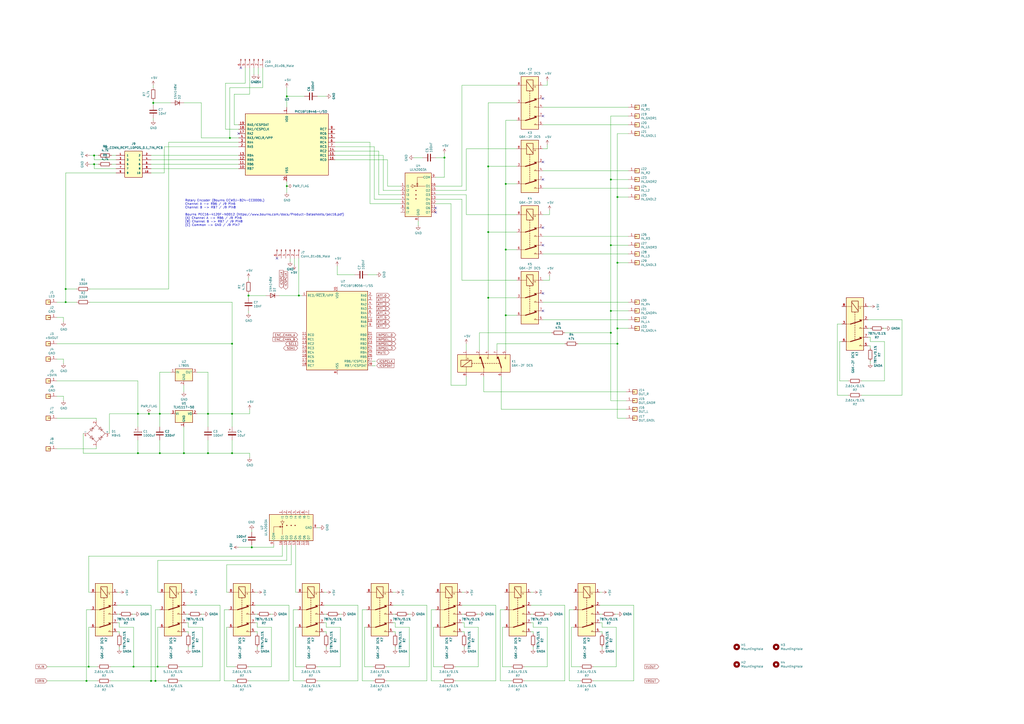
<source format=kicad_sch>
(kicad_sch (version 20211123) (generator eeschema)
  (paper "A2")
  (title_block (title "Audio Input Selector with Attenuator V1") (date "2022-07-30") (rev "1") (comment 1 "https://github.com/schenkmi/electronic-projects"))
  (junction (at 86.36 240.03))
  (junction (at 51.435 386.715))
  (junction (at 120.65 262.89))
  (junction (at 173.355 171.45))
  (junction (at 354.33 193.04))
  (junction (at 293.37 182.88))
  (junction (at 146.05 317.5))
  (junction (at 166.37 107.95))
  (junction (at 358.14 190.5))
  (junction (at 38.1 167.64))
  (junction (at 354.33 180.34))
  (junction (at 358.14 199.39))
  (junction (at 87.63 394.97))
  (junction (at 88.9 59.69))
  (junction (at 91.44 386.715))
  (junction (at 38.1 175.26))
  (junction (at 80.01 240.03))
  (junction (at 134.62 240.03))
  (junction (at 133.35 80.01))
  (junction (at 120.65 240.03))
  (junction (at 80.01 262.89))
  (junction (at 92.71 262.89))
  (junction (at 134.62 199.39))
  (junction (at 283.21 96.52))
  (junction (at 90.17 394.97))
  (junction (at 77.47 386.715))
  (junction (at 354.33 104.14))
  (junction (at 166.37 55.88))
  (junction (at 358.14 152.4))
  (junction (at 283.21 134.62))
  (junction (at 92.71 240.03))
  (junction (at 293.37 106.68))
  (junction (at 283.21 172.72))
  (junction (at 293.37 144.78))
  (junction (at 134.62 262.89))
  (junction (at 257.81 91.44))
  (junction (at 54.61 95.25))
  (junction (at 144.145 171.45))
  (junction (at 106.68 262.89))
  (junction (at 354.33 142.24))
  (junction (at 50.165 394.97))
  (junction (at 54.61 90.17))
  (junction (at 358.14 114.3))
  (no_connect (at 252.73 123.19))
  (no_connect (at 314.96 142.24))
  (no_connect (at 139.7 39.37))
  (no_connect (at 314.96 180.34))
  (no_connect (at 252.73 120.65))
  (no_connect (at 314.96 57.15))
  (no_connect (at 314.96 67.31))
  (no_connect (at 314.96 93.98))
  (no_connect (at 314.96 104.14))
  (no_connect (at 314.96 170.18))
  (no_connect (at 314.96 132.08))
  (no_connect (at 160.655 149.86))
  (no_connect (at 138.43 77.47))
  (wire (pts (xy 97.79 167.64) (xy 52.07 167.64)))
  (wire (pts (xy 67.945 356.235) (xy 69.215 356.235)))
  (wire (pts (xy 252.73 115.57) (xy 267.97 115.57)))
  (wire (pts (xy 222.25 110.49) (xy 222.25 90.17)))
  (wire (pts (xy 290.195 353.695) (xy 290.195 394.97)))
  (wire (pts (xy 184.15 394.97) (xy 207.645 394.97)))
  (wire (pts (xy 252.73 113.03) (xy 270.51 113.03)))
  (wire (pts (xy 487.045 220.98) (xy 492.125 220.98)))
  (wire (pts (xy 499.745 229.235) (xy 523.24 229.235)))
  (wire (pts (xy 147.955 361.315) (xy 149.225 361.315)))
  (wire (pts (xy 138.43 97.79) (xy 87.63 97.79)))
  (wire (pts (xy 327.66 199.39) (xy 288.29 199.39)))
  (wire (pts (xy 317.5 86.36) (xy 317.5 83.82)))
  (wire (pts (xy 205.74 159.385) (xy 195.58 159.385)))
  (wire (pts (xy 283.21 134.62) (xy 283.21 96.52)))
  (wire (pts (xy 267.97 107.95) (xy 267.97 49.53)))
  (wire (pts (xy 149.225 363.855) (xy 157.48 363.855)))
  (wire (pts (xy 207.645 351.155) (xy 207.645 394.97)))
  (wire (pts (xy 354.33 104.14) (xy 354.33 142.24)))
  (wire (pts (xy 55.88 242.57) (xy 55.88 243.84)))
  (wire (pts (xy 270.51 203.2) (xy 270.51 199.39)))
  (wire (pts (xy 51.435 343.535) (xy 51.435 322.58)))
  (wire (pts (xy 358.14 114.3) (xy 358.14 77.47)))
  (wire (pts (xy 38.1 100.33) (xy 67.31 100.33)))
  (wire (pts (xy 54.61 92.71) (xy 54.61 90.17)))
  (wire (pts (xy 309.245 366.395) (xy 307.975 366.395)))
  (wire (pts (xy 67.31 92.71) (xy 54.61 92.71)))
  (wire (pts (xy 144.145 386.715) (xy 157.48 386.715)))
  (wire (pts (xy 88.9 60.96) (xy 88.9 59.69)))
  (wire (pts (xy 364.49 147.32) (xy 314.96 147.32)))
  (wire (pts (xy 503.555 190.5) (xy 504.825 190.5)))
  (wire (pts (xy 504.825 201.93) (xy 504.825 200.66)))
  (wire (pts (xy 358.14 152.4) (xy 364.49 152.4)))
  (wire (pts (xy 116.84 356.235) (xy 118.11 356.235)))
  (wire (pts (xy 307.975 361.315) (xy 309.245 361.315)))
  (wire (pts (xy 157.48 363.855) (xy 157.48 386.715)))
  (wire (pts (xy 309.245 361.315) (xy 309.245 363.855)))
  (wire (pts (xy 109.22 363.855) (xy 117.475 363.855)))
  (wire (pts (xy 267.97 115.57) (xy 267.97 162.56)))
  (wire (pts (xy 349.25 361.315) (xy 349.25 363.855)))
  (wire (pts (xy 217.17 85.09) (xy 194.31 85.09)))
  (wire (pts (xy 106.68 262.89) (xy 92.71 262.89)))
  (wire (pts (xy 283.21 59.69) (xy 299.72 59.69)))
  (wire (pts (xy 134.62 262.89) (xy 120.65 262.89)))
  (wire (pts (xy 283.21 172.72) (xy 283.21 203.2)))
  (wire (pts (xy 269.24 375.285) (xy 269.24 376.555)))
  (wire (pts (xy 504.825 198.12) (xy 513.08 198.12)))
  (wire (pts (xy 184.15 386.715) (xy 197.485 386.715)))
  (wire (pts (xy 120.65 240.03) (xy 120.65 215.9)))
  (wire (pts (xy 293.37 182.88) (xy 293.37 144.78)))
  (wire (pts (xy 161.925 171.45) (xy 173.355 171.45)))
  (wire (pts (xy 264.16 394.97) (xy 287.655 394.97)))
  (wire (pts (xy 227.965 343.535) (xy 229.235 343.535)))
  (wire (pts (xy 116.84 59.69) (xy 106.68 59.69)))
  (wire (pts (xy 146.05 317.5) (xy 158.75 317.5)))
  (wire (pts (xy 304.165 386.715) (xy 317.5 386.715)))
  (wire (pts (xy 92.71 215.9) (xy 92.71 240.03)))
  (wire (pts (xy 50.165 353.695) (xy 50.165 394.97)))
  (wire (pts (xy 92.71 247.65) (xy 92.71 240.03)))
  (wire (pts (xy 176.53 55.88) (xy 166.37 55.88)))
  (wire (pts (xy 91.44 343.535) (xy 92.71 343.535)))
  (wire (pts (xy 293.37 106.68) (xy 293.37 69.85)))
  (wire (pts (xy 252.73 102.87) (xy 257.81 102.87)))
  (wire (pts (xy 189.23 375.285) (xy 189.23 376.555)))
  (wire (pts (xy 130.175 353.695) (xy 130.175 394.97)))
  (wire (pts (xy 291.465 386.715) (xy 296.545 386.715)))
  (wire (pts (xy 166.37 107.95) (xy 166.37 105.41)))
  (wire (pts (xy 69.215 363.855) (xy 77.47 363.855)))
  (wire (pts (xy 114.3 240.03) (xy 120.65 240.03)))
  (wire (pts (xy 168.275 149.86) (xy 168.275 151.765)))
  (wire (pts (xy 64.77 90.17) (xy 67.31 90.17)))
  (wire (pts (xy 106.68 247.65) (xy 106.68 262.89)))
  (wire (pts (xy 134.62 175.26) (xy 134.62 199.39)))
  (wire (pts (xy 127.635 351.155) (xy 127.635 394.97)))
  (wire (pts (xy 172.72 343.535) (xy 171.45 343.535)))
  (wire (pts (xy 232.41 110.49) (xy 222.25 110.49)))
  (wire (pts (xy 291.465 363.855) (xy 291.465 386.715)))
  (wire (pts (xy 131.445 363.855) (xy 131.445 386.715)))
  (wire (pts (xy 189.23 363.855) (xy 197.485 363.855)))
  (wire (pts (xy 283.21 134.62) (xy 299.72 134.62)))
  (wire (pts (xy 267.97 343.535) (xy 269.24 343.535)))
  (wire (pts (xy 363.22 237.49) (xy 290.83 237.49)))
  (wire (pts (xy 109.22 367.665) (xy 109.22 366.395)))
  (wire (pts (xy 358.14 190.5) (xy 358.14 199.39)))
  (wire (pts (xy 67.945 361.315) (xy 69.215 361.315)))
  (wire (pts (xy 330.2 353.695) (xy 330.2 394.97)))
  (wire (pts (xy 331.47 363.855) (xy 331.47 386.715)))
  (wire (pts (xy 132.715 353.695) (xy 130.175 353.695)))
  (wire (pts (xy 92.71 240.03) (xy 99.06 240.03)))
  (wire (pts (xy 224.79 92.71) (xy 194.31 92.71)))
  (wire (pts (xy 212.725 363.855) (xy 211.455 363.855)))
  (wire (pts (xy 257.81 91.44) (xy 257.81 102.87)))
  (wire (pts (xy 138.43 90.17) (xy 87.63 90.17)))
  (wire (pts (xy 149.225 367.665) (xy 149.225 366.395)))
  (wire (pts (xy 95.25 85.09) (xy 95.25 100.33)))
  (wire (pts (xy 358.14 190.5) (xy 358.14 152.4)))
  (wire (pts (xy 168.91 327.66) (xy 131.445 327.66)))
  (wire (pts (xy 232.41 113.03) (xy 219.71 113.03)))
  (wire (pts (xy 229.235 361.315) (xy 229.235 363.855)))
  (wire (pts (xy 212.725 353.695) (xy 210.185 353.695)))
  (wire (pts (xy 104.14 386.715) (xy 117.475 386.715)))
  (wire (pts (xy 171.45 386.715) (xy 176.53 386.715)))
  (wire (pts (xy 290.83 237.49) (xy 290.83 218.44)))
  (wire (pts (xy 54.61 90.17) (xy 57.15 90.17)))
  (wire (pts (xy 69.215 361.315) (xy 69.215 363.855)))
  (wire (pts (xy 488.315 187.96) (xy 485.775 187.96)))
  (wire (pts (xy 227.965 356.235) (xy 229.235 356.235)))
  (wire (pts (xy 36.83 232.41) (xy 36.83 229.87)))
  (wire (pts (xy 307.975 343.535) (xy 309.245 343.535)))
  (wire (pts (xy 64.135 386.715) (xy 77.47 386.715)))
  (wire (pts (xy 252.73 107.95) (xy 267.97 107.95)))
  (wire (pts (xy 163.83 322.58) (xy 163.83 316.23)))
  (wire (pts (xy 158.75 316.23) (xy 158.75 317.5)))
  (wire (pts (xy 349.25 366.395) (xy 347.98 366.395)))
  (wire (pts (xy 170.18 394.97) (xy 176.53 394.97)))
  (wire (pts (xy 364.49 175.26) (xy 314.96 175.26)))
  (wire (pts (xy 364.49 185.42) (xy 314.96 185.42)))
  (wire (pts (xy 211.455 363.855) (xy 211.455 386.715)))
  (wire (pts (xy 280.67 227.33) (xy 280.67 218.44)))
  (wire (pts (xy 184.15 55.88) (xy 189.23 55.88)))
  (wire (pts (xy 144.78 240.03) (xy 134.62 240.03)))
  (wire (pts (xy 357.505 363.855) (xy 357.505 386.715)))
  (wire (pts (xy 347.98 356.235) (xy 349.25 356.235)))
  (wire (pts (xy 320.04 193.04) (xy 278.13 193.04)))
  (wire (pts (xy 138.43 72.39) (xy 135.89 72.39)))
  (wire (pts (xy 358.14 152.4) (xy 358.14 114.3)))
  (wire (pts (xy 133.35 80.01) (xy 116.84 80.01)))
  (wire (pts (xy 69.215 375.285) (xy 69.215 376.555)))
  (wire (pts (xy 332.74 363.855) (xy 331.47 363.855)))
  (wire (pts (xy 63.5 240.03) (xy 63.5 251.46)))
  (wire (pts (xy 504.825 209.55) (xy 504.825 210.82)))
  (wire (pts (xy 171.45 343.535) (xy 171.45 316.23)))
  (wire (pts (xy 87.63 92.71) (xy 138.43 92.71)))
  (wire (pts (xy 117.475 363.855) (xy 117.475 386.715)))
  (wire (pts (xy 173.355 149.86) (xy 173.355 171.45)))
  (wire (pts (xy 269.24 366.395) (xy 267.97 366.395)))
  (wire (pts (xy 503.555 177.8) (xy 504.825 177.8)))
  (wire (pts (xy 50.165 394.97) (xy 56.515 394.97)))
  (wire (pts (xy 197.485 363.855) (xy 197.485 386.715)))
  (wire (pts (xy 138.43 82.55) (xy 97.79 82.55)))
  (wire (pts (xy 67.31 95.25) (xy 64.77 95.25)))
  (wire (pts (xy 107.95 361.315) (xy 109.22 361.315)))
  (wire (pts (xy 196.85 356.235) (xy 198.12 356.235)))
  (wire (pts (xy 77.47 363.855) (xy 77.47 386.715)))
  (wire (pts (xy 51.435 386.715) (xy 56.515 386.715)))
  (wire (pts (xy 288.29 199.39) (xy 288.29 203.2)))
  (wire (pts (xy 147.955 343.535) (xy 149.225 343.535)))
  (wire (pts (xy 270.51 124.46) (xy 299.72 124.46)))
  (wire (pts (xy 134.62 255.27) (xy 134.62 262.89)))
  (wire (pts (xy 90.17 394.97) (xy 96.52 394.97)))
  (wire (pts (xy 92.71 240.03) (xy 86.36 240.03)))
  (wire (pts (xy 358.14 199.39) (xy 358.14 242.57)))
  (wire (pts (xy 512.445 190.5) (xy 513.715 190.5)))
  (wire (pts (xy 27.305 386.715) (xy 51.435 386.715)))
  (wire (pts (xy 222.25 90.17) (xy 194.31 90.17)))
  (wire (pts (xy 214.63 118.11) (xy 214.63 82.55)))
  (wire (pts (xy 232.41 115.57) (xy 217.17 115.57)))
  (wire (pts (xy 232.41 107.95) (xy 224.79 107.95)))
  (wire (pts (xy 211.455 386.715) (xy 216.535 386.715)))
  (wire (pts (xy 317.5 363.855) (xy 317.5 386.715)))
  (wire (pts (xy 364.49 109.22) (xy 314.96 109.22)))
  (wire (pts (xy 309.245 375.285) (xy 309.245 376.555)))
  (wire (pts (xy 116.84 80.01) (xy 116.84 59.69)))
  (wire (pts (xy 67.31 97.79) (xy 54.61 97.79)))
  (wire (pts (xy 229.235 375.285) (xy 229.235 376.555)))
  (wire (pts (xy 147.32 43.18) (xy 147.32 39.37)))
  (wire (pts (xy 269.24 361.315) (xy 269.24 363.855)))
  (wire (pts (xy 261.62 118.11) (xy 252.73 118.11)))
  (wire (pts (xy 147.955 351.155) (xy 167.64 351.155)))
  (wire (pts (xy 307.975 351.155) (xy 327.66 351.155)))
  (wire (pts (xy 299.72 182.88) (xy 293.37 182.88)))
  (wire (pts (xy 187.96 343.535) (xy 189.23 343.535)))
  (wire (pts (xy 170.815 153.67) (xy 170.815 149.86)))
  (wire (pts (xy 364.49 67.31) (xy 354.33 67.31)))
  (wire (pts (xy 133.35 80.01) (xy 133.35 50.8)))
  (wire (pts (xy 504.825 195.58) (xy 504.825 198.12)))
  (wire (pts (xy 251.46 386.715) (xy 256.54 386.715)))
  (wire (pts (xy 67.945 351.155) (xy 87.63 351.155)))
  (wire (pts (xy 261.62 223.52) (xy 261.62 118.11)))
  (wire (pts (xy 187.96 351.155) (xy 207.645 351.155)))
  (wire (pts (xy 252.73 353.695) (xy 250.19 353.695)))
  (wire (pts (xy 252.73 91.44) (xy 257.81 91.44)))
  (wire (pts (xy 144.145 394.97) (xy 167.64 394.97)))
  (wire (pts (xy 349.25 375.285) (xy 349.25 376.555)))
  (wire (pts (xy 80.01 247.65) (xy 80.01 240.03)))
  (wire (pts (xy 152.4 50.8) (xy 152.4 39.37)))
  (wire (pts (xy 224.155 386.715) (xy 237.49 386.715)))
  (wire (pts (xy 364.49 190.5) (xy 358.14 190.5)))
  (wire (pts (xy 364.49 72.39) (xy 314.96 72.39)))
  (wire (pts (xy 149.225 375.285) (xy 149.225 376.555)))
  (wire (pts (xy 91.44 386.715) (xy 96.52 386.715)))
  (wire (pts (xy 33.02 242.57) (xy 55.88 242.57)))
  (wire (pts (xy 90.17 353.695) (xy 90.17 394.97)))
  (wire (pts (xy 36.83 229.87) (xy 33.02 229.87)))
  (wire (pts (xy 277.495 363.855) (xy 277.495 386.715)))
  (wire (pts (xy 135.89 54.61) (xy 144.78 54.61)))
  (wire (pts (xy 38.1 167.64) (xy 38.1 175.26)))
  (wire (pts (xy 144.78 262.89) (xy 134.62 262.89)))
  (wire (pts (xy 314.96 86.36) (xy 317.5 86.36)))
  (wire (pts (xy 195.58 154.305) (xy 195.58 159.385)))
  (wire (pts (xy 69.215 367.665) (xy 69.215 366.395)))
  (wire (pts (xy 292.735 353.695) (xy 290.195 353.695)))
  (wire (pts (xy 290.195 394.97) (xy 296.545 394.97)))
  (wire (pts (xy 217.17 115.57) (xy 217.17 85.09)))
  (wire (pts (xy 267.97 361.315) (xy 269.24 361.315)))
  (wire (pts (xy 134.62 199.39) (xy 33.02 199.39)))
  (wire (pts (xy 187.96 356.235) (xy 189.23 356.235)))
  (wire (pts (xy 354.33 67.31) (xy 354.33 104.14)))
  (wire (pts (xy 104.14 394.97) (xy 127.635 394.97)))
  (wire (pts (xy 52.705 363.855) (xy 51.435 363.855)))
  (wire (pts (xy 38.1 175.26) (xy 44.45 175.26)))
  (wire (pts (xy 106.68 227.33) (xy 106.68 223.52)))
  (wire (pts (xy 77.47 386.715) (xy 91.44 386.715)))
  (wire (pts (xy 232.41 118.11) (xy 214.63 118.11)))
  (wire (pts (xy 144.145 171.45) (xy 144.145 170.18)))
  (wire (pts (xy 364.49 137.16) (xy 314.96 137.16)))
  (wire (pts (xy 33.02 175.26) (xy 38.1 175.26)))
  (wire (pts (xy 38.1 167.64) (xy 38.1 100.33)))
  (wire (pts (xy 134.62 247.65) (xy 134.62 240.03)))
  (wire (pts (xy 130.81 74.93) (xy 130.81 48.26)))
  (wire (pts (xy 166.37 111.76) (xy 166.37 107.95)))
  (wire (pts (xy 349.25 367.665) (xy 349.25 366.395)))
  (wire (pts (xy 134.62 240.03) (xy 120.65 240.03)))
  (wire (pts (xy 36.83 186.69) (xy 36.83 184.15)))
  (wire (pts (xy 363.22 227.33) (xy 280.67 227.33)))
  (wire (pts (xy 356.87 356.235) (xy 358.14 356.235)))
  (wire (pts (xy 367.665 351.155) (xy 367.665 394.97)))
  (wire (pts (xy 170.18 353.695) (xy 170.18 394.97)))
  (wire (pts (xy 335.28 199.39) (xy 358.14 199.39)))
  (wire (pts (xy 354.33 193.04) (xy 354.33 232.41)))
  (wire (pts (xy 173.355 171.45) (xy 175.26 171.45)))
  (wire (pts (xy 251.46 363.855) (xy 251.46 386.715)))
  (wire (pts (xy 503.555 195.58) (xy 504.825 195.58)))
  (wire (pts (xy 304.165 394.97) (xy 327.66 394.97)))
  (wire (pts (xy 138.43 85.09) (xy 95.25 85.09)))
  (wire (pts (xy 171.45 363.855) (xy 171.45 386.715)))
  (wire (pts (xy 92.71 255.27) (xy 92.71 262.89)))
  (wire (pts (xy 92.71 353.695) (xy 90.17 353.695)))
  (wire (pts (xy 97.79 82.55) (xy 97.79 167.64)))
  (wire (pts (xy 57.15 95.25) (xy 54.61 95.25)))
  (wire (pts (xy 142.24 48.26) (xy 142.24 39.37)))
  (wire (pts (xy 318.77 124.46) (xy 318.77 121.92)))
  (wire (pts (xy 135.89 72.39) (xy 135.89 54.61)))
  (wire (pts (xy 283.21 96.52) (xy 283.21 59.69)))
  (wire (pts (xy 144.78 265.43) (xy 144.78 262.89)))
  (wire (pts (xy 283.21 172.72) (xy 283.21 134.62)))
  (wire (pts (xy 87.63 394.97) (xy 90.17 394.97)))
  (wire (pts (xy 86.36 240.03) (xy 80.01 240.03)))
  (wire (pts (xy 314.96 49.53) (xy 317.5 49.53)))
  (wire (pts (xy 36.83 208.28) (xy 33.02 208.28)))
  (wire (pts (xy 91.44 363.855) (xy 91.44 386.715)))
  (wire (pts (xy 51.435 363.855) (xy 51.435 386.715)))
  (wire (pts (xy 54.61 97.79) (xy 54.61 95.25)))
  (wire (pts (xy 149.225 366.395) (xy 147.955 366.395)))
  (wire (pts (xy 138.43 95.25) (xy 87.63 95.25)))
  (wire (pts (xy 299.72 172.72) (xy 283.21 172.72)))
  (wire (pts (xy 138.43 80.01) (xy 133.35 80.01)))
  (wire (pts (xy 210.185 353.695) (xy 210.185 394.97)))
  (wire (pts (xy 109.22 361.315) (xy 109.22 363.855)))
  (wire (pts (xy 267.97 162.56) (xy 299.72 162.56)))
  (wire (pts (xy 347.98 343.535) (xy 349.25 343.535)))
  (wire (pts (xy 52.07 175.26) (xy 134.62 175.26)))
  (wire (pts (xy 242.57 130.81) (xy 242.57 128.27)))
  (wire (pts (xy 215.9 212.09) (xy 217.805 212.09)))
  (wire (pts (xy 27.305 394.97) (xy 50.165 394.97)))
  (wire (pts (xy 331.47 386.715) (xy 336.55 386.715)))
  (wire (pts (xy 109.22 375.285) (xy 109.22 376.555)))
  (wire (pts (xy 134.62 240.03) (xy 134.62 199.39)))
  (wire (pts (xy 250.19 353.695) (xy 250.19 394.97)))
  (wire (pts (xy 172.72 363.855) (xy 171.45 363.855)))
  (wire (pts (xy 349.25 363.855) (xy 357.505 363.855)))
  (wire (pts (xy 488.315 198.12) (xy 487.045 198.12)))
  (wire (pts (xy 51.435 322.58) (xy 163.83 322.58)))
  (wire (pts (xy 138.43 74.93) (xy 130.81 74.93)))
  (wire (pts (xy 287.655 351.155) (xy 287.655 394.97)))
  (wire (pts (xy 166.37 325.12) (xy 91.44 325.12)))
  (wire (pts (xy 327.66 193.04) (xy 354.33 193.04)))
  (wire (pts (xy 213.36 159.385) (xy 218.44 159.385)))
  (wire (pts (xy 55.88 260.35) (xy 55.88 259.08)))
  (wire (pts (xy 76.835 356.235) (xy 78.105 356.235)))
  (wire (pts (xy 99.06 59.69) (xy 88.9 59.69)))
  (wire (pts (xy 229.235 367.665) (xy 229.235 366.395)))
  (wire (pts (xy 95.25 100.33) (xy 87.63 100.33)))
  (wire (pts (xy 149.225 361.315) (xy 149.225 363.855)))
  (wire (pts (xy 33.02 260.35) (xy 55.88 260.35)))
  (wire (pts (xy 88.9 59.69) (xy 88.9 58.42)))
  (wire (pts (xy 293.37 144.78) (xy 293.37 106.68)))
  (wire (pts (xy 485.775 187.96) (xy 485.775 229.235)))
  (wire (pts (xy 240.03 91.44) (xy 245.11 91.44)))
  (wire (pts (xy 344.17 394.97) (xy 367.665 394.97)))
  (wire (pts (xy 189.23 367.665) (xy 189.23 366.395)))
  (wire (pts (xy 80.01 220.98) (xy 80.01 240.03)))
  (wire (pts (xy 131.445 327.66) (xy 131.445 343.535)))
  (wire (pts (xy 314.96 124.46) (xy 318.77 124.46)))
  (wire (pts (xy 109.22 366.395) (xy 107.95 366.395)))
  (wire (pts (xy 227.965 361.315) (xy 229.235 361.315)))
  (wire (pts (xy 88.9 69.85) (xy 88.9 68.58)))
  (wire (pts (xy 120.65 262.89) (xy 106.68 262.89)))
  (wire (pts (xy 130.175 394.97) (xy 136.525 394.97)))
  (wire (pts (xy 363.22 232.41) (xy 354.33 232.41)))
  (wire (pts (xy 154.305 171.45) (xy 144.145 171.45)))
  (wire (pts (xy 354.33 180.34) (xy 354.33 193.04)))
  (wire (pts (xy 107.95 351.155) (xy 127.635 351.155)))
  (wire (pts (xy 358.14 114.3) (xy 364.49 114.3)))
  (wire (pts (xy 52.705 343.535) (xy 51.435 343.535)))
  (wire (pts (xy 327.66 351.155) (xy 327.66 394.97)))
  (wire (pts (xy 120.65 247.65) (xy 120.65 240.03)))
  (wire (pts (xy 184.15 306.07) (xy 185.42 306.07)))
  (wire (pts (xy 69.215 366.395) (xy 67.945 366.395)))
  (wire (pts (xy 146.05 307.34) (xy 146.05 308.61)))
  (wire (pts (xy 330.2 394.97) (xy 336.55 394.97)))
  (wire (pts (xy 99.06 215.9) (xy 92.71 215.9)))
  (wire (pts (xy 144.145 172.72) (xy 144.145 171.45)))
  (wire (pts (xy 293.37 69.85) (xy 299.72 69.85)))
  (wire (pts (xy 146.05 316.23) (xy 146.05 317.5)))
  (wire (pts (xy 307.975 356.235) (xy 309.245 356.235)))
  (wire (pts (xy 88.9 50.8) (xy 88.9 49.53)))
  (wire (pts (xy 227.965 351.155) (xy 247.65 351.155)))
  (wire (pts (xy 358.14 77.47) (xy 364.49 77.47)))
  (wire (pts (xy 283.21 96.52) (xy 299.72 96.52)))
  (wire (pts (xy 309.245 363.855) (xy 317.5 363.855)))
  (wire (pts (xy 215.9 209.55) (xy 217.805 209.55)))
  (wire (pts (xy 278.13 193.04) (xy 278.13 203.2)))
  (wire (pts (xy 264.16 386.715) (xy 277.495 386.715)))
  (wire (pts (xy 224.79 107.95) (xy 224.79 92.71)))
  (wire (pts (xy 503.555 185.42) (xy 523.24 185.42)))
  (wire (pts (xy 219.71 87.63) (xy 194.31 87.63)))
  (wire (pts (xy 166.37 316.23) (xy 166.37 325.12)))
  (wire (pts (xy 130.81 48.26) (xy 142.24 48.26)))
  (wire (pts (xy 236.855 356.235) (xy 238.125 356.235)))
  (wire (pts (xy 270.51 86.36) (xy 299.72 86.36)))
  (wire (pts (xy 52.07 90.17) (xy 54.61 90.17)))
  (wire (pts (xy 354.33 142.24) (xy 364.49 142.24)))
  (wire (pts (xy 219.71 113.03) (xy 219.71 87.63)))
  (wire (pts (xy 318.77 162.56) (xy 318.77 160.02)))
  (wire (pts (xy 292.735 363.855) (xy 291.465 363.855)))
  (wire (pts (xy 131.445 386.715) (xy 136.525 386.715)))
  (wire (pts (xy 87.63 351.155) (xy 87.63 394.97)))
  (wire (pts (xy 64.135 394.97) (xy 87.63 394.97)))
  (wire (pts (xy 270.51 110.49) (xy 270.51 86.36)))
  (wire (pts (xy 168.91 316.23) (xy 168.91 327.66)))
  (wire (pts (xy 144.145 181.61) (xy 144.145 180.34)))
  (wire (pts (xy 267.97 351.155) (xy 287.655 351.155)))
  (wire (pts (xy 487.045 198.12) (xy 487.045 220.98)))
  (wire (pts (xy 138.43 317.5) (xy 146.05 317.5)))
  (wire (pts (xy 144.78 237.49) (xy 144.78 240.03)))
  (wire (pts (xy 52.705 353.695) (xy 50.165 353.695)))
  (wire (pts (xy 257.81 88.9) (xy 257.81 91.44)))
  (wire (pts (xy 48.26 262.89) (xy 80.01 262.89)))
  (wire (pts (xy 332.74 353.695) (xy 330.2 353.695)))
  (wire (pts (xy 229.235 363.855) (xy 237.49 363.855)))
  (wire (pts (xy 270.51 218.44) (xy 270.51 223.52)))
  (wire (pts (xy 252.73 363.855) (xy 251.46 363.855)))
  (wire (pts (xy 33.02 220.98) (xy 80.01 220.98)))
  (wire (pts (xy 513.08 198.12) (xy 513.08 220.98)))
  (wire (pts (xy 224.155 394.97) (xy 247.65 394.97)))
  (wire (pts (xy 317.5 49.53) (xy 317.5 46.99)))
  (wire (pts (xy 252.73 110.49) (xy 270.51 110.49)))
  (wire (pts (xy 347.98 361.315) (xy 349.25 361.315)))
  (wire (pts (xy 131.445 343.535) (xy 132.715 343.535)))
  (wire (pts (xy 133.35 50.8) (xy 152.4 50.8)))
  (wire (pts (xy 107.95 343.535) (xy 109.22 343.535)))
  (wire (pts (xy 67.945 343.535) (xy 69.215 343.535)))
  (wire (pts (xy 267.97 49.53) (xy 299.72 49.53)))
  (wire (pts (xy 229.235 366.395) (xy 227.965 366.395)))
  (wire (pts (xy 358.14 242.57) (xy 363.22 242.57)))
  (wire (pts (xy 344.17 386.715) (xy 357.505 386.715)))
  (wire (pts (xy 499.745 220.98) (xy 513.08 220.98)))
  (wire (pts (xy 293.37 144.78) (xy 299.72 144.78)))
  (wire (pts (xy 167.64 351.155) (xy 167.64 394.97)))
  (wire (pts (xy 189.23 361.315) (xy 189.23 363.855)))
  (wire (pts (xy 354.33 142.24) (xy 354.33 180.34)))
  (wire (pts (xy 92.71 262.89) (xy 80.01 262.89)))
  (wire (pts (xy 293.37 182.88) (xy 293.37 203.2)))
  (wire (pts (xy 132.715 363.855) (xy 131.445 363.855)))
  (wire (pts (xy 210.185 394.97) (xy 216.535 394.97)))
  (wire (pts (xy 166.37 50.8) (xy 166.37 55.88)))
  (wire (pts (xy 172.72 353.695) (xy 170.18 353.695)))
  (wire (pts (xy 316.865 356.235) (xy 318.135 356.235)))
  (wire (pts (xy 54.61 95.25) (xy 52.07 95.25)))
  (wire (pts (xy 309.245 367.665) (xy 309.245 366.395)))
  (wire (pts (xy 92.71 363.855) (xy 91.44 363.855)))
  (wire (pts (xy 48.26 251.46) (xy 48.26 262.89)))
  (wire (pts (xy 293.37 106.68) (xy 299.72 106.68)))
  (wire (pts (xy 523.24 185.42) (xy 523.24 229.235)))
  (wire (pts (xy 36.83 184.15) (xy 33.02 184.15)))
  (wire (pts (xy 149.86 43.18) (xy 149.86 39.37)))
  (wire (pts (xy 120.65 255.27) (xy 120.65 262.89)))
  (wire (pts (xy 107.95 356.235) (xy 109.22 356.235)))
  (wire (pts (xy 147.955 356.235) (xy 149.225 356.235)))
  (wire (pts (xy 91.44 325.12) (xy 91.44 343.535)))
  (wire (pts (xy 247.65 351.155) (xy 247.65 394.97)))
  (wire (pts (xy 267.97 356.235) (xy 269.24 356.235)))
  (wire (pts (xy 36.83 210.82) (xy 36.83 208.28)))
  (wire (pts (xy 189.23 366.395) (xy 187.96 366.395)))
  (wire (pts (xy 44.45 167.64) (xy 38.1 167.64)))
  (wire (pts (xy 314.96 162.56) (xy 318.77 162.56)))
  (wire (pts (xy 314.96 62.23) (xy 364.49 62.23)))
  (wire (pts (xy 270.51 113.03) (xy 270.51 124.46)))
  (wire (pts (xy 156.845 356.235) (xy 158.115 356.235)))
  (wire (pts (xy 269.24 367.665) (xy 269.24 366.395)))
  (wire (pts (xy 364.49 99.06) (xy 314.96 99.06)))
  (wire (pts (xy 347.98 351.155) (xy 367.665 351.155)))
  (wire (pts (xy 144.145 162.56) (xy 144.145 161.29)))
  (wire (pts (xy 144.78 54.61) (xy 144.78 39.37)))
  (wire (pts (xy 120.65 215.9) (xy 114.3 215.9)))
  (wire (pts (xy 276.86 356.235) (xy 278.13 356.235)))
  (wire (pts (xy 485.775 229.235) (xy 492.125 229.235)))
  (wire (pts (xy 187.96 361.315) (xy 189.23 361.315)))
  (wire (pts (xy 80.01 262.89) (xy 80.01 255.27)))
  (wire (pts (xy 80.01 240.03) (xy 63.5 240.03)))
  (wire (pts (xy 504.825 200.66) (xy 503.555 200.66)))
  (wire (pts (xy 270.51 223.52) (xy 261.62 223.52)))
  (wire (pts (xy 166.37 55.88) (xy 166.37 62.23)))
  (wire (pts (xy 250.19 394.97) (xy 256.54 394.97)))
  (wire (pts (xy 354.33 180.34) (xy 364.49 180.34)))
  (wire (pts (xy 214.63 82.55) (xy 194.31 82.55)))
  (wire (pts (xy 354.33 104.14) (xy 364.49 104.14)))
  (wire (pts (xy 269.24 363.855) (xy 277.495 363.855)))
  (wire (pts (xy 237.49 363.855) (xy 237.49 386.715)))
  (text "Rotary Encoder (Bourns ECW0J-B24-CC0006L)\nChannel A -> RB6 / J9 Pin6\nChannel B -> RB7 / J9 Pin8\n\nBourns PEC16-4120F-N0012 (https://www.bourns.com/docs/Product-Datasheets/pec16.pdf)\n(A) Channel A -> RB6 / J9 Pin6\n(B) Channel B -> RB7 / J9 Pin8\n(C) Common -> GND / J9 Pin7" (at 107.315 131.445 0) (effects (font (size 1.27 1.27)) (justify left bottom)))
  (global_label "ATT_6" (shape output) (at 218.44 186.69 0) (property "Intersheet References" "${INTERSHEET_REFS}" (effects hide)))
  (global_label "ICSPCLK" (shape output) (at 165.735 157.48 270) (property "Intersheet References" "${INTERSHEET_REFS}" (effects hide)))
  (global_label "VROUT" (shape output) (at 374.015 394.97 0) (property "Intersheet References" "${INTERSHEET_REFS}" (effects hide)))
  (global_label "ATT_0" (shape output) (at 218.44 171.45 0) (property "Intersheet References" "${INTERSHEET_REFS}" (effects hide)))
  (global_label "MUTE" (shape output) (at 218.44 204.47 0) (property "Intersheet References" "${INTERSHEET_REFS}" (effects hide)))
  (global_label "INPSEL_1" (shape output) (at 218.44 196.85 0) (property "Intersheet References" "${INTERSHEET_REFS}" (effects hide)))
  (global_label "ATT_3" (shape output) (at 218.44 179.07 0) (property "Intersheet References" "${INTERSHEET_REFS}" (effects hide)))
  (global_label "VLIN" (shape input) (at 27.305 386.715 180) (property "Intersheet References" "${INTERSHEET_REFS}" (effects hide)))
  (global_label "VRIN" (shape input) (at 27.305 394.97 180) (property "Intersheet References" "${INTERSHEET_REFS}" (effects hide)))
  (global_label "ATT_5" (shape output) (at 218.44 184.15 0) (property "Intersheet References" "${INTERSHEET_REFS}" (effects hide)))
  (global_label "ENC_CHAN_A" (shape input) (at 172.72 194.31 180) (property "Intersheet References" "${INTERSHEET_REFS}" (effects hide)))
  (global_label "SCL1" (shape output) (at 172.72 199.39 180) (property "Intersheet References" "${INTERSHEET_REFS}" (effects hide)))
  (global_label "ICSPDAT" (shape input) (at 218.44 212.09 0) (property "Intersheet References" "${INTERSHEET_REFS}" (effects hide)))
  (global_label "ATT_7" (shape output) (at 218.44 189.23 0) (property "Intersheet References" "${INTERSHEET_REFS}" (effects hide)))
  (global_label "ICSPCLK" (shape input) (at 218.44 209.55 0) (property "Intersheet References" "${INTERSHEET_REFS}" (effects hide)))
  (global_label "ATT_4" (shape output) (at 218.44 181.61 0) (property "Intersheet References" "${INTERSHEET_REFS}" (effects hide)))
  (global_label "ATT_1" (shape output) (at 218.44 173.99 0) (property "Intersheet References" "${INTERSHEET_REFS}" (effects hide)))
  (global_label "VLOUT" (shape output) (at 374.015 386.715 0) (property "Intersheet References" "${INTERSHEET_REFS}" (effects hide)))
  (global_label "INPSEL_0" (shape output) (at 218.44 194.31 0) (property "Intersheet References" "${INTERSHEET_REFS}" (effects hide)))
  (global_label "ATT_2" (shape output) (at 218.44 176.53 0) (property "Intersheet References" "${INTERSHEET_REFS}" (effects hide)))
  (global_label "ENC_CHAN_B" (shape input) (at 172.72 196.85 180) (property "Intersheet References" "${INTERSHEET_REFS}" (effects hide)))
  (global_label "ICSPCLK" (shape output) (at 163.195 156.845 270) (property "Intersheet References" "${INTERSHEET_REFS}" (effects hide)))
  (global_label "SDA1" (shape bidirectional) (at 172.72 201.93 180) (property "Intersheet References" "${INTERSHEET_REFS}" (effects hide)))
  (global_label "INPSEL_2" (shape output) (at 218.44 199.39 0) (property "Intersheet References" "${INTERSHEET_REFS}" (effects hide)))
  (global_label "INPSEL_3" (shape output) (at 218.44 201.93 0) (property "Intersheet References" "${INTERSHEET_REFS}" (effects hide)))
  (symbol (lib_id "Mechanical:MountingHole") (at 427.355 375.285 0) (unit 1)
    (property "Reference" "H1" (at 429.895 374.1166 0) (effects (justify left)))
    (property "Value" "MountingHole" (at 429.895 376.428 0) (effects (justify left)))
    (property "Footprint" "MountingHole:MountingHole_3.2mm_M3" (effects hide))
  )
  (symbol (lib_id "Mechanical:MountingHole") (at 450.215 375.285 0) (unit 1)
    (property "Reference" "H3" (at 452.755 374.1166 0) (effects (justify left)))
    (property "Value" "MountingHole" (at 452.755 376.428 0) (effects (justify left)))
    (property "Footprint" "MountingHole:MountingHole_3.2mm_M3" (effects hide))
  )
  (symbol (lib_id "Mechanical:MountingHole") (at 427.355 385.445 0) (unit 1)
    (property "Reference" "H2" (at 429.895 384.2766 0) (effects (justify left)))
    (property "Value" "MountingHole" (at 429.895 386.588 0) (effects (justify left)))
    (property "Footprint" "MountingHole:MountingHole_3.2mm_M3" (effects hide))
  )
  (symbol (lib_id "Mechanical:MountingHole") (at 450.215 385.445 0) (unit 1)
    (property "Reference" "H4" (at 452.755 384.2766 0) (effects (justify left)))
    (property "Value" "MountingHole" (at 452.755 386.588 0) (effects (justify left)))
    (property "Footprint" "MountingHole:MountingHole_3.2mm_M3" (effects hide))
  )
  (symbol (lib_id "MCU_Microchip_PIC16:PIC16F1829-IP") (at 166.37 85.09 0) (unit 1)
    (property "Reference" "U3" (at 166.37 57.6326 0))
    (property "Value" "PIC16F18446-I/SO" (at 180.34 64.77 0))
    (property "Footprint" "Package_SO:SOP-20_7.5x12.8mm_P1.27mm" (effects hide))
    (property "Datasheet" "http://ww1.microchip.com/downloads/en/DeviceDoc/41440C.pdf" (effects hide))
  )
  (symbol (lib_id "Relay:G6K-2") (at 307.34 59.69 270) (unit 1)
    (property "Reference" "K2" (at 307.34 40.2082 90))
    (property "Value" "G6K-2F DC5" (at 307.34 42.5196 90))
    (property "Footprint" "Relay_SMD:Relay_DPDT_Omron_G6K-2F" (effects hide))
    (property "Datasheet" "http://omronfs.omron.com/en_US/ecb/products/pdf/en-g6k.pdf" (effects hide))
  )
  (symbol (lib_id "Transistor_Array:ULN2003A") (at 242.57 113.03 0) (unit 1)
    (property "Reference" "U4" (at 242.57 96.0882 0))
    (property "Value" "ULN2003A" (at 242.57 98.3996 0))
    (property "Footprint" "Package_SO:SOIC-16_3.9x9.9mm_P1.27mm" (effects hide))
    (property "Datasheet" "http://www.ti.com/lit/ds/symlink/uln2003a.pdf" (effects hide))
  )
  (symbol (lib_id "Device:R") (at 48.26 175.26 270) (unit 1)
    (property "Reference" "R2" (at 48.26 170.0022 90))
    (property "Value" "330R" (at 48.26 172.3136 90))
    (property "Footprint" "Resistor_SMD:R_0805_2012Metric_Pad1.20x1.40mm_HandSolder" (effects hide))
  )
  (symbol (lib_id "Connector:Conn_01x06_Male") (at 147.32 34.29 270) (unit 1)
    (property "Reference" "J10" (at 153.5176 35.8648 90) (effects (justify left)))
    (property "Value" "Conn_01x06_Male" (at 153.5176 38.1762 90) (effects (justify left)))
    (property "Footprint" "Connector_PinHeader_2.54mm:PinHeader_1x06_P2.54mm_Vertical" (effects hide))
  )
  (symbol (lib_id "power:GND") (at 147.32 43.18 0) (unit 1)
    (property "Reference" "#PWR0101" (effects hide))
    (property "Value" "GND" (at 147.447 47.5742 0))
  )
  (symbol (lib_id "power:+5V") (at 166.37 50.8 0) (unit 1)
    (property "Reference" "#PWR0102" (effects hide))
    (property "Value" "+5V" (at 166.751 46.4058 0))
  )
  (symbol (lib_id "power:+5V") (at 149.86 43.18 180) (unit 1)
    (property "Reference" "#PWR0103" (effects hide))
    (property "Value" "+5V" (at 149.479 47.5742 0))
  )
  (symbol (lib_id "Relay:G6K-2") (at 307.34 96.52 270) (unit 1)
    (property "Reference" "K3" (at 307.34 77.0382 90))
    (property "Value" "G6K-2F DC5" (at 307.34 79.3496 90))
    (property "Footprint" "Relay_SMD:Relay_DPDT_Omron_G6K-2F" (effects hide))
    (property "Datasheet" "http://omronfs.omron.com/en_US/ecb/products/pdf/en-g6k.pdf" (effects hide))
  )
  (symbol (lib_id "Relay:G6K-2") (at 307.34 134.62 270) (unit 1)
    (property "Reference" "K4" (at 307.34 115.1382 90))
    (property "Value" "G6K-2F DC5" (at 307.34 117.4496 90))
    (property "Footprint" "Relay_SMD:Relay_DPDT_Omron_G6K-2F" (effects hide))
    (property "Datasheet" "http://omronfs.omron.com/en_US/ecb/products/pdf/en-g6k.pdf" (effects hide))
  )
  (symbol (lib_id "Relay:G6K-2") (at 307.34 172.72 270) (unit 1)
    (property "Reference" "K5" (at 307.34 153.2382 90))
    (property "Value" "G6K-2F DC5" (at 307.34 155.5496 90))
    (property "Footprint" "Relay_SMD:Relay_DPDT_Omron_G6K-2F" (effects hide))
    (property "Datasheet" "http://omronfs.omron.com/en_US/ecb/products/pdf/en-g6k.pdf" (effects hide))
  )
  (symbol (lib_id "Relay:G6K-2") (at 280.67 210.82 0) (unit 1)
    (property "Reference" "K1" (at 296.672 209.6516 0) (effects (justify left)))
    (property "Value" "G6K-2F DC5" (at 296.672 211.963 0) (effects (justify left)))
    (property "Footprint" "Relay_SMD:Relay_DPDT_Omron_G6K-2F" (effects hide))
    (property "Datasheet" "http://omronfs.omron.com/en_US/ecb/products/pdf/en-g6k.pdf" (effects hide))
  )
  (symbol (lib_id "input-sel-rescue:CP-Device") (at 80.01 251.46 0) (unit 1)
    (property "Reference" "C1" (at 83.0072 250.2916 0) (effects (justify left)))
    (property "Value" "1000uF" (at 83.0072 252.603 0) (effects (justify left)))
    (property "Footprint" "Capacitor_THT:CP_Radial_D12.5mm_P5.00mm" (effects hide))
  )
  (symbol (lib_id "Device:C") (at 120.65 251.46 0) (unit 1)
    (property "Reference" "C3" (at 123.571 250.2916 0) (effects (justify left)))
    (property "Value" "100nF" (at 123.571 252.603 0) (effects (justify left)))
    (property "Footprint" "Capacitor_SMD:C_0805_2012Metric_Pad1.18x1.45mm_HandSolder" (effects hide))
  )
  (symbol (lib_id "Device:C") (at 92.71 251.46 0) (unit 1)
    (property "Reference" "C2" (at 95.631 250.2916 0) (effects (justify left)))
    (property "Value" "330nF" (at 95.631 252.603 0) (effects (justify left)))
    (property "Footprint" "Capacitor_SMD:C_0805_2012Metric_Pad1.18x1.45mm_HandSolder" (effects hide))
  )
  (symbol (lib_id "Connector_Generic:Conn_01x01") (at 27.94 260.35 180) (unit 1)
    (property "Reference" "J8" (at 30.0228 254.635 0))
    (property "Value" "AC" (at 30.0228 256.9464 0))
    (property "Footprint" "Connector_Pin:Pin_D1.0mm_L10.0mm" (effects hide))
  )
  (symbol (lib_id "Connector_Generic:Conn_01x01") (at 27.94 242.57 180) (unit 1)
    (property "Reference" "J7" (at 30.0228 236.855 0))
    (property "Value" "AC" (at 30.0228 239.1664 0))
    (property "Footprint" "Connector_Pin:Pin_D1.0mm_L10.0mm" (effects hide))
  )
  (symbol (lib_id "Connector_Generic:Conn_01x01") (at 27.94 229.87 180) (unit 1)
    (property "Reference" "J6" (at 30.0228 224.155 0))
    (property "Value" "GND" (at 30.0228 226.4664 0))
    (property "Footprint" "Connector_Pin:Pin_D1.0mm_L10.0mm" (effects hide))
  )
  (symbol (lib_id "Connector_Generic:Conn_01x01") (at 27.94 220.98 180) (unit 1)
    (property "Reference" "J5" (at 30.0228 215.265 0))
    (property "Value" "+5VIN" (at 30.0228 217.5764 0))
    (property "Footprint" "Connector_Pin:Pin_D1.0mm_L10.0mm" (effects hide))
  )
  (symbol (lib_id "Device:R") (at 48.26 167.64 270) (unit 1)
    (property "Reference" "R1" (at 48.26 162.3822 90))
    (property "Value" "330R" (at 48.26 164.6936 90))
    (property "Footprint" "Resistor_SMD:R_0805_2012Metric_Pad1.20x1.40mm_HandSolder" (effects hide))
  )
  (symbol (lib_id "Connector_Generic:Conn_01x01") (at 27.94 184.15 180) (unit 1)
    (property "Reference" "J2" (at 30.0228 178.435 0))
    (property "Value" "GND" (at 30.0228 180.7464 0))
    (property "Footprint" "Connector_Pin:Pin_D1.0mm_L10.0mm" (effects hide))
  )
  (symbol (lib_id "Connector_Generic:Conn_01x01") (at 27.94 175.26 180) (unit 1)
    (property "Reference" "J1" (at 30.0228 169.545 0))
    (property "Value" "LED" (at 30.0228 171.8564 0))
    (property "Footprint" "Connector_Pin:Pin_D1.0mm_L10.0mm" (effects hide))
  )
  (symbol (lib_id "power:GND") (at 36.83 232.41 0) (unit 1)
    (property "Reference" "#PWR0104" (effects hide))
    (property "Value" "GND" (at 36.957 236.8042 0))
  )
  (symbol (lib_id "power:+5V") (at 144.78 237.49 0) (unit 1)
    (property "Reference" "#PWR0106" (effects hide))
    (property "Value" "+5V" (at 145.161 233.0958 0))
  )
  (symbol (lib_id "power:GND") (at 144.78 265.43 0) (unit 1)
    (property "Reference" "#PWR0107" (effects hide))
    (property "Value" "GND" (at 144.907 269.8242 0))
  )
  (symbol (lib_id "Connector_Generic:Conn_01x01") (at 27.94 208.28 180) (unit 1)
    (property "Reference" "J4" (at 30.0228 202.565 0))
    (property "Value" "GND" (at 30.0228 204.8764 0))
    (property "Footprint" "Connector_Pin:Pin_D1.0mm_L10.0mm" (effects hide))
  )
  (symbol (lib_id "Connector_Generic:Conn_01x01") (at 27.94 199.39 180) (unit 1)
    (property "Reference" "J3" (at 30.0228 193.675 0))
    (property "Value" "+5VOUT" (at 30.0228 195.9864 0))
    (property "Footprint" "Connector_Pin:Pin_D1.0mm_L10.0mm" (effects hide))
  )
  (symbol (lib_id "power:GND") (at 36.83 210.82 0) (unit 1)
    (property "Reference" "#PWR0108" (effects hide))
    (property "Value" "GND" (at 36.957 215.2142 0))
  )
  (symbol (lib_id "power:GND") (at 36.83 186.69 0) (unit 1)
    (property "Reference" "#PWR0109" (effects hide))
    (property "Value" "GND" (at 36.957 191.0842 0))
  )
  (symbol (lib_id "power:+5V") (at 257.81 88.9 0) (unit 1)
    (property "Reference" "#PWR0110" (effects hide))
    (property "Value" "+5V" (at 258.191 84.5058 0))
  )
  (symbol (lib_id "power:+5V") (at 317.5 46.99 0) (unit 1)
    (property "Reference" "#PWR0111" (effects hide))
    (property "Value" "+5V" (at 317.881 42.5958 0))
  )
  (symbol (lib_id "power:+5V") (at 317.5 83.82 0) (unit 1)
    (property "Reference" "#PWR0112" (effects hide))
    (property "Value" "+5V" (at 317.881 79.4258 0))
  )
  (symbol (lib_id "Device:C") (at 248.92 91.44 90) (unit 1)
    (property "Reference" "C5" (at 247.7516 88.519 0) (effects (justify left)))
    (property "Value" "100nF" (at 250.063 88.519 0) (effects (justify left)))
    (property "Footprint" "Capacitor_SMD:C_0805_2012Metric_Pad1.18x1.45mm_HandSolder" (effects hide))
  )
  (symbol (lib_id "Connector_Generic:Conn_01x01") (at 369.57 62.23 0) (unit 1)
    (property "Reference" "J18" (at 371.602 61.1632 0) (effects (justify left)))
    (property "Value" "IN_R1" (at 371.602 63.4746 0) (effects (justify left)))
    (property "Footprint" "Connector_Pin:Pin_D1.0mm_L10.0mm" (effects hide))
  )
  (symbol (lib_id "Connector_Generic:Conn_01x01") (at 369.57 67.31 0) (unit 1)
    (property "Reference" "J19" (at 371.602 66.2432 0) (effects (justify left)))
    (property "Value" "IN_GNDR1" (at 371.602 68.5546 0) (effects (justify left)))
    (property "Footprint" "Connector_Pin:Pin_D1.0mm_L10.0mm" (effects hide))
  )
  (symbol (lib_id "Connector_Generic:Conn_01x01") (at 369.57 72.39 0) (unit 1)
    (property "Reference" "J20" (at 371.602 71.3232 0) (effects (justify left)))
    (property "Value" "IN_L1" (at 371.602 73.6346 0) (effects (justify left)))
    (property "Footprint" "Connector_Pin:Pin_D1.0mm_L10.0mm" (effects hide))
  )
  (symbol (lib_id "Connector_Generic:Conn_01x01") (at 369.57 77.47 0) (unit 1)
    (property "Reference" "J21" (at 371.602 76.4032 0) (effects (justify left)))
    (property "Value" "IN_GNDL1" (at 371.602 78.7146 0) (effects (justify left)))
    (property "Footprint" "Connector_Pin:Pin_D1.0mm_L10.0mm" (effects hide))
  )
  (symbol (lib_id "Connector_Generic:Conn_01x01") (at 369.57 99.06 0) (unit 1)
    (property "Reference" "J22" (at 371.602 97.9932 0) (effects (justify left)))
    (property "Value" "IN_R2" (at 371.602 100.3046 0) (effects (justify left)))
    (property "Footprint" "Connector_Pin:Pin_D1.0mm_L10.0mm" (effects hide))
  )
  (symbol (lib_id "Connector_Generic:Conn_01x01") (at 369.57 104.14 0) (unit 1)
    (property "Reference" "J23" (at 371.602 103.0732 0) (effects (justify left)))
    (property "Value" "IN_GNDR2" (at 371.602 105.3846 0) (effects (justify left)))
    (property "Footprint" "Connector_Pin:Pin_D1.0mm_L10.0mm" (effects hide))
  )
  (symbol (lib_id "Connector_Generic:Conn_01x01") (at 369.57 109.22 0) (unit 1)
    (property "Reference" "J24" (at 371.602 108.1532 0) (effects (justify left)))
    (property "Value" "IN_L2" (at 371.602 110.4646 0) (effects (justify left)))
    (property "Footprint" "Connector_Pin:Pin_D1.0mm_L10.0mm" (effects hide))
  )
  (symbol (lib_id "Connector_Generic:Conn_01x01") (at 369.57 114.3 0) (unit 1)
    (property "Reference" "J25" (at 371.602 113.2332 0) (effects (justify left)))
    (property "Value" "IN_GNDL2" (at 371.602 115.5446 0) (effects (justify left)))
    (property "Footprint" "Connector_Pin:Pin_D1.0mm_L10.0mm" (effects hide))
  )
  (symbol (lib_id "Connector_Generic:Conn_01x01") (at 369.57 137.16 0) (unit 1)
    (property "Reference" "J26" (at 371.602 136.0932 0) (effects (justify left)))
    (property "Value" "IN_R3" (at 371.602 138.4046 0) (effects (justify left)))
    (property "Footprint" "Connector_Pin:Pin_D1.0mm_L10.0mm" (effects hide))
  )
  (symbol (lib_id "Connector_Generic:Conn_01x01") (at 369.57 142.24 0) (unit 1)
    (property "Reference" "J27" (at 371.602 141.1732 0) (effects (justify left)))
    (property "Value" "IN_GNDR3" (at 371.602 143.4846 0) (effects (justify left)))
    (property "Footprint" "Connector_Pin:Pin_D1.0mm_L10.0mm" (effects hide))
  )
  (symbol (lib_id "Connector_Generic:Conn_01x01") (at 369.57 147.32 0) (unit 1)
    (property "Reference" "J28" (at 371.602 146.2532 0) (effects (justify left)))
    (property "Value" "IN_L3" (at 371.602 148.5646 0) (effects (justify left)))
    (property "Footprint" "Connector_Pin:Pin_D1.0mm_L10.0mm" (effects hide))
  )
  (symbol (lib_id "Connector_Generic:Conn_01x01") (at 369.57 152.4 0) (unit 1)
    (property "Reference" "J29" (at 371.602 151.3332 0) (effects (justify left)))
    (property "Value" "IN_GNDL3" (at 371.602 153.6446 0) (effects (justify left)))
    (property "Footprint" "Connector_Pin:Pin_D1.0mm_L10.0mm" (effects hide))
  )
  (symbol (lib_id "Connector_Generic:Conn_01x01") (at 369.57 175.26 0) (unit 1)
    (property "Reference" "J30" (at 371.602 174.1932 0) (effects (justify left)))
    (property "Value" "IN_R4" (at 371.602 176.5046 0) (effects (justify left)))
    (property "Footprint" "Connector_Pin:Pin_D1.0mm_L10.0mm" (effects hide))
  )
  (symbol (lib_id "Connector_Generic:Conn_01x01") (at 369.57 180.34 0) (unit 1)
    (property "Reference" "J31" (at 371.602 179.2732 0) (effects (justify left)))
    (property "Value" "IN_GNDR4" (at 371.602 181.5846 0) (effects (justify left)))
    (property "Footprint" "Connector_Pin:Pin_D1.0mm_L10.0mm" (effects hide))
  )
  (symbol (lib_id "Connector_Generic:Conn_01x01") (at 369.57 185.42 0) (unit 1)
    (property "Reference" "J32" (at 371.602 184.3532 0) (effects (justify left)))
    (property "Value" "IN_L4" (at 371.602 186.6646 0) (effects (justify left)))
    (property "Footprint" "Connector_Pin:Pin_D1.0mm_L10.0mm" (effects hide))
  )
  (symbol (lib_id "Connector_Generic:Conn_01x01") (at 369.57 190.5 0) (unit 1)
    (property "Reference" "J33" (at 371.602 189.4332 0) (effects (justify left)))
    (property "Value" "IN_GNDL4" (at 371.602 191.7446 0) (effects (justify left)))
    (property "Footprint" "Connector_Pin:Pin_D1.0mm_L10.0mm" (effects hide))
  )
  (symbol (lib_id "Connector_Generic:Conn_01x01") (at 368.3 227.33 0) (unit 1)
    (property "Reference" "J14" (at 370.332 226.2632 0) (effects (justify left)))
    (property "Value" "OUT_R" (at 370.332 228.5746 0) (effects (justify left)))
    (property "Footprint" "Connector_Pin:Pin_D1.0mm_L10.0mm" (effects hide))
  )
  (symbol (lib_id "Connector_Generic:Conn_01x01") (at 368.3 232.41 0) (unit 1)
    (property "Reference" "J15" (at 370.332 231.3432 0) (effects (justify left)))
    (property "Value" "OUT_GNDR" (at 370.332 233.6546 0) (effects (justify left)))
    (property "Footprint" "Connector_Pin:Pin_D1.0mm_L10.0mm" (effects hide))
  )
  (symbol (lib_id "Connector_Generic:Conn_01x01") (at 368.3 237.49 0) (unit 1)
    (property "Reference" "J16" (at 370.332 236.4232 0) (effects (justify left)))
    (property "Value" "OUT_L" (at 370.332 238.7346 0) (effects (justify left)))
    (property "Footprint" "Connector_Pin:Pin_D1.0mm_L10.0mm" (effects hide))
  )
  (symbol (lib_id "Connector_Generic:Conn_01x01") (at 368.3 242.57 0) (unit 1)
    (property "Reference" "J17" (at 370.332 241.5032 0) (effects (justify left)))
    (property "Value" "OUT_GNDL" (at 370.332 243.8146 0) (effects (justify left)))
    (property "Footprint" "Connector_Pin:Pin_D1.0mm_L10.0mm" (effects hide))
  )
  (symbol (lib_id "Device:R") (at 323.85 193.04 270) (unit 1)
    (property "Reference" "R3" (at 323.85 187.7822 90))
    (property "Value" "47k" (at 323.85 190.0936 90))
    (property "Footprint" "Resistor_SMD:R_0805_2012Metric_Pad1.20x1.40mm_HandSolder" (effects hide))
  )
  (symbol (lib_id "Device:R") (at 331.47 199.39 270) (unit 1)
    (property "Reference" "R4" (at 331.47 194.1322 90))
    (property "Value" "47k" (at 331.47 196.4436 90))
    (property "Footprint" "Resistor_SMD:R_0805_2012Metric_Pad1.20x1.40mm_HandSolder" (effects hide))
  )
  (symbol (lib_id "power:+5V") (at 318.77 121.92 0) (unit 1)
    (property "Reference" "#PWR0113" (effects hide))
    (property "Value" "+5V" (at 319.151 117.5258 0))
  )
  (symbol (lib_id "power:+5V") (at 318.77 160.02 0) (unit 1)
    (property "Reference" "#PWR0114" (effects hide))
    (property "Value" "+5V" (at 319.151 155.6258 0))
  )
  (symbol (lib_id "power:+5V") (at 270.51 199.39 0) (unit 1)
    (property "Reference" "#PWR0115" (effects hide))
    (property "Value" "+5V" (at 270.891 194.9958 0))
  )
  (symbol (lib_id "power:GND") (at 240.03 91.44 270) (unit 1)
    (property "Reference" "#PWR0116" (effects hide))
    (property "Value" "GND" (at 235.6358 91.567 0))
  )
  (symbol (lib_id "Device:C") (at 180.34 55.88 90) (unit 1)
    (property "Reference" "C6" (at 179.1716 52.959 0) (effects (justify left)))
    (property "Value" "100nF" (at 181.483 52.959 0) (effects (justify left)))
    (property "Footprint" "Capacitor_SMD:C_0805_2012Metric_Pad1.18x1.45mm_HandSolder" (effects hide))
  )
  (symbol (lib_id "power:GND") (at 189.23 55.88 90) (unit 1)
    (property "Reference" "#PWR0117" (effects hide))
    (property "Value" "GND" (at 193.6242 55.753 0))
  )
  (symbol (lib_id "power:GND") (at 166.37 111.76 0) (unit 1)
    (property "Reference" "#PWR0118" (effects hide))
    (property "Value" "GND" (at 166.497 116.1542 0))
  )
  (symbol (lib_id "Diode_Bridge:MB4S") (at 55.88 251.46 0) (unit 1)
    (property "Reference" "D1" (at 64.6176 250.2916 0) (effects (justify left)))
    (property "Value" "MB4S" (at 64.6176 252.603 0) (effects (justify left)))
    (property "Footprint" "Package_TO_SOT_SMD:TO-269AA" (effects hide))
    (property "Datasheet" "http://www.vishay.com/docs/88661/mb2s.pdf" (effects hide))
  )
  (symbol (lib_id "power:GND") (at 242.57 130.81 0) (unit 1)
    (property "Reference" "#PWR0119" (effects hide))
    (property "Value" "GND" (at 242.697 135.2042 0))
  )
  (symbol (lib_id "power:GND") (at 52.07 95.25 270) (unit 1)
    (property "Reference" "#PWR0120" (effects hide))
    (property "Value" "GND" (at 47.6758 95.377 0))
  )
  (symbol (lib_id "power:+5V") (at 52.07 90.17 90) (unit 1)
    (property "Reference" "#PWR0121" (effects hide))
    (property "Value" "+5V" (at 47.6758 89.789 0))
  )
  (symbol (lib_id "Device:R") (at 60.96 90.17 270) (unit 1)
    (property "Reference" "R5" (at 60.96 84.9122 90))
    (property "Value" "4.7k" (at 60.96 87.2236 90))
    (property "Footprint" "Resistor_SMD:R_0805_2012Metric_Pad1.20x1.40mm_HandSolder" (effects hide))
  )
  (symbol (lib_id "Device:R") (at 60.96 95.25 270) (unit 1)
    (property "Reference" "R6" (at 60.96 89.9922 90))
    (property "Value" "4.7k" (at 60.96 92.3036 90))
    (property "Footprint" "Resistor_SMD:R_0805_2012Metric_Pad1.20x1.40mm_HandSolder" (effects hide))
  )
  (symbol (lib_id "power:PWR_FLAG") (at 86.36 240.03 0) (unit 1)
    (property "Reference" "#FLG0101" (effects hide))
    (property "Value" "PWR_FLAG" (at 86.36 235.6358 0))
  )
  (symbol (lib_id "power:PWR_FLAG") (at 166.37 107.95 270) (unit 1)
    (property "Reference" "#FLG0102" (effects hide))
    (property "Value" "PWR_FLAG" (at 169.6212 107.95 90) (effects (justify left)))
  )
  (symbol (lib_id "Regulator_Linear:L7805") (at 106.68 215.9 0) (unit 1)
    (property "Reference" "U2" (at 106.68 209.7532 0))
    (property "Value" "L7805" (at 106.68 212.0646 0))
    (property "Footprint" "Package_TO_SOT_THT:TO-220-3_Vertical" (effects hide))
    (property "Datasheet" "http://www.st.com/content/ccc/resource/technical/document/datasheet/41/4f/b3/b0/12/d4/47/88/CD00000444.pdf/files/CD00000444.pdf/jcr:content/translations/en.CD00000444.pdf" (effects hide))
  )
  (symbol (lib_id "power:GND") (at 106.68 227.33 0) (unit 1)
    (property "Reference" "#PWR0105" (effects hide))
    (property "Value" "GND" (at 106.807 231.7242 0))
  )
  (symbol (lib_id "Diode:1N4148W") (at 102.87 59.69 0) (mirror y) (unit 1)
    (property "Reference" "D2" (at 104.0384 57.658 90) (effects (justify left)))
    (property "Value" "1N4148W" (at 101.727 57.658 90) (effects (justify left)))
    (property "Footprint" "Diode_SMD:D_SOD-123" (effects hide))
    (property "Datasheet" "https://www.vishay.com/docs/85748/1n4148w.pdf" (effects hide))
  )
  (symbol (lib_id "kicad-snk:TE_CONN_RCPT_10POS_0.1_TIN_PCB") (at 77.47 95.25 0) (unit 1)
    (property "Reference" "J9" (at 77.47 83.3882 0))
    (property "Value" "TE_CONN_RCPT_10POS_0.1_TIN_PCB" (at 77.47 85.6996 0))
    (property "Footprint" "kicad-snk:TE_CONN_RCPT_10POS_0.1_TIN_PCB" (effects hide))
    (property "EU_RoHS_Compliance" "Compliant" (effects hide))
    (property "Comment" "1-338068-0" (effects hide))
  )
  (symbol (lib_id "power:GND") (at 88.9 69.85 0) (unit 1)
    (property "Reference" "#PWR0122" (effects hide))
    (property "Value" "GND" (at 89.027 74.2442 0))
  )
  (symbol (lib_id "Regulator_Linear:TLV1117-50") (at 106.68 240.03 0) (unit 1)
    (property "Reference" "U1" (at 106.68 233.8832 0))
    (property "Value" "TLV1117-50" (at 106.68 236.1946 0))
    (property "Footprint" "Package_TO_SOT_SMD:SOT-223-3_TabPin2" (effects hide))
    (property "Datasheet" "http://www.ti.com/lit/ds/symlink/tlv1117.pdf" (effects hide))
  )
  (symbol (lib_id "power:+5V") (at 88.9 49.53 0) (unit 1)
    (property "Reference" "#PWR0123" (effects hide))
    (property "Value" "+5V" (at 89.281 45.1358 0))
  )
  (symbol (lib_id "Device:R") (at 88.9 54.61 0) (unit 1)
    (property "Reference" "R7" (at 83.6422 54.61 90))
    (property "Value" "4.7k" (at 85.9536 54.61 90))
    (property "Footprint" "Resistor_SMD:R_0805_2012Metric_Pad1.20x1.40mm_HandSolder" (effects hide))
  )
  (symbol (lib_id "Device:C") (at 88.9 64.77 0) (unit 1)
    (property "Reference" "C7" (at 91.821 63.6016 0) (effects (justify left)))
    (property "Value" "10nF" (at 91.821 65.913 0) (effects (justify left)))
    (property "Footprint" "Capacitor_SMD:C_0805_2012Metric_Pad1.18x1.45mm_HandSolder" (effects hide))
  )
  (symbol (lib_id "input-sel-rescue:CP-Device") (at 134.62 251.46 0) (unit 1)
    (property "Reference" "C4" (at 137.6172 250.2916 0) (effects (justify left)))
    (property "Value" "10uF" (at 137.6172 252.603 0) (effects (justify left)))
    (property "Footprint" "Capacitor_Tantalum_SMD:CP_EIA-3528-21_Kemet-B_Pad1.50x2.35mm_HandSolder" (effects hide))
  )
  (symbol (lib_id "power:+5V") (at 149.225 343.535 270) (unit 1)
    (property "Reference" "#PWR?" (effects hide))
    (property "Value" "+5V" (at 153.6192 343.916 0))
  )
  (symbol (lib_id "power:GND") (at 185.42 306.07 90) (unit 1)
    (property "Reference" "#PWR?" (effects hide))
    (property "Value" "GND" (at 189.8142 305.943 0))
  )
  (symbol (lib_id "power:+5V") (at 229.235 343.535 270) (unit 1)
    (property "Reference" "#PWR?" (effects hide))
    (property "Value" "+5V" (at 233.6292 343.916 0))
  )
  (symbol (lib_id "power:GNDA") (at 109.22 376.555 0) (unit 1)
    (property "Reference" "#PWR?" (effects hide))
    (property "Value" "GNDA" (at 111.125 377.8249 0) (effects (justify left)))
  )
  (symbol (lib_id "Device:R") (at 260.35 386.715 90) (unit 1)
    (property "Reference" "R?" (at 260.35 391.9728 90))
    (property "Value" "2.61k/0.1%" (at 260.35 389.6614 90))
    (property "Footprint" "Resistor_SMD:R_0805_2012Metric_Pad1.20x1.40mm_HandSolder" (effects hide))
  )
  (symbol (lib_id "Device:R") (at 260.35 394.97 90) (unit 1)
    (property "Reference" "R?" (at 260.35 400.2278 90))
    (property "Value" "2.61k/0.1%" (at 260.35 397.9164 90))
    (property "Footprint" "Resistor_SMD:R_0805_2012Metric_Pad1.20x1.40mm_HandSolder" (effects hide))
  )
  (symbol (lib_id "Device:R") (at 313.055 356.235 90) (unit 1)
    (property "Reference" "R?" (at 313.055 361.4928 90))
    (property "Value" "787k/0.1%" (at 313.055 359.1814 90))
    (property "Footprint" "Resistor_SMD:R_0805_2012Metric_Pad1.20x1.40mm_HandSolder" (effects hide))
  )
  (symbol (lib_id "Device:R") (at 495.935 220.98 90) (unit 1)
    (property "Reference" "R?" (at 495.935 226.2378 90))
    (property "Value" "2.61k/0.1%" (at 495.935 223.9264 90))
    (property "Footprint" "Resistor_SMD:R_0805_2012Metric_Pad1.20x1.40mm_HandSolder" (effects hide))
  )
  (symbol (lib_id "Device:R") (at 273.05 356.235 90) (unit 1)
    (property "Reference" "R?" (at 273.05 361.4928 90))
    (property "Value" "787k/0.1%" (at 273.05 359.1814 90))
    (property "Footprint" "Resistor_SMD:R_0805_2012Metric_Pad1.20x1.40mm_HandSolder" (effects hide))
  )
  (symbol (lib_id "Device:R") (at 69.215 371.475 180) (unit 1)
    (property "Reference" "R?" (at 74.4728 371.475 90))
    (property "Value" "787k/0.1%" (at 72.1614 371.475 90))
    (property "Footprint" "Resistor_SMD:R_0805_2012Metric_Pad1.20x1.40mm_HandSolder" (effects hide))
  )
  (symbol (lib_id "Connector:Conn_01x06_Male") (at 168.275 144.78 270) (unit 1)
    (property "Reference" "J?" (at 174.4726 146.3548 90) (effects (justify left)))
    (property "Value" "Conn_01x06_Male" (at 174.4726 148.6662 90) (effects (justify left)))
    (property "Footprint" "Connector_PinHeader_2.54mm:PinHeader_1x06_P2.54mm_Vertical" (effects hide))
  )
  (symbol (lib_id "Device:R") (at 100.33 394.97 90) (unit 1)
    (property "Reference" "R?" (at 100.33 400.2278 90))
    (property "Value" "5.11k/0.1%" (at 100.33 397.9164 90))
    (property "Footprint" "Resistor_SMD:R_0805_2012Metric_Pad1.20x1.40mm_HandSolder" (effects hide))
  )
  (symbol (lib_id "power:GNDA") (at 189.23 376.555 0) (unit 1)
    (property "Reference" "#PWR?" (effects hide))
    (property "Value" "GNDA" (at 191.135 377.8249 0) (effects (justify left)))
  )
  (symbol (lib_id "Device:R") (at 60.325 386.715 90) (unit 1)
    (property "Reference" "R?" (at 60.325 391.9728 90))
    (property "Value" "2.61k/0.1%" (at 60.325 389.6614 90))
    (property "Footprint" "Resistor_SMD:R_0805_2012Metric_Pad1.20x1.40mm_HandSolder" (effects hide))
  )
  (symbol (lib_id "Device:R") (at 508.635 190.5 90) (unit 1)
    (property "Reference" "R?" (at 508.635 195.7578 90))
    (property "Value" "787k/0.1%" (at 508.635 193.4464 90))
    (property "Footprint" "Resistor_SMD:R_0805_2012Metric_Pad1.20x1.40mm_HandSolder" (effects hide))
  )
  (symbol (lib_id "power:+5V") (at 349.25 343.535 270) (unit 1)
    (property "Reference" "#PWR?" (effects hide))
    (property "Value" "+5V" (at 353.6442 343.916 0))
  )
  (symbol (lib_id "power:GNDA") (at 309.245 376.555 0) (unit 1)
    (property "Reference" "#PWR?" (effects hide))
    (property "Value" "GNDA" (at 311.15 377.8249 0) (effects (justify left)))
  )
  (symbol (lib_id "Device:R") (at 140.335 386.715 90) (unit 1)
    (property "Reference" "R?" (at 140.335 391.9728 90))
    (property "Value" "2.61k/0.1%" (at 140.335 389.6614 90))
    (property "Footprint" "Resistor_SMD:R_0805_2012Metric_Pad1.20x1.40mm_HandSolder" (effects hide))
  )
  (symbol (lib_id "Device:R") (at 220.345 386.715 90) (unit 1)
    (property "Reference" "R?" (at 220.345 391.9728 90))
    (property "Value" "2.61k/0.1%" (at 220.345 389.6614 90))
    (property "Footprint" "Resistor_SMD:R_0805_2012Metric_Pad1.20x1.40mm_HandSolder" (effects hide))
  )
  (symbol (lib_id "power:GND") (at 218.44 159.385 90) (unit 1)
    (property "Reference" "#PWR?" (effects hide))
    (property "Value" "GND" (at 222.8342 159.258 0))
  )
  (symbol (lib_id "power:GNDA") (at 513.715 190.5 90) (unit 1)
    (property "Reference" "#PWR?" (effects hide))
    (property "Value" "GNDA" (at 516.89 190.4999 90) (effects (justify right)))
  )
  (symbol (lib_id "power:GNDA") (at 69.215 376.555 0) (unit 1)
    (property "Reference" "#PWR?" (effects hide))
    (property "Value" "GNDA" (at 71.12 377.8249 0) (effects (justify left)))
  )
  (symbol (lib_id "power:GNDA") (at 238.125 356.235 90) (unit 1)
    (property "Reference" "#PWR?" (effects hide))
    (property "Value" "GNDA" (at 241.3 356.2349 90) (effects (justify right)))
  )
  (symbol (lib_id "Device:R") (at 300.355 394.97 90) (unit 1)
    (property "Reference" "R?" (at 300.355 400.2278 90))
    (property "Value" "2.61k/0.1%" (at 300.355 397.9164 90))
    (property "Footprint" "Resistor_SMD:R_0805_2012Metric_Pad1.20x1.40mm_HandSolder" (effects hide))
  )
  (symbol (lib_id "power:GNDA") (at 318.135 356.235 90) (unit 1)
    (property "Reference" "#PWR?" (effects hide))
    (property "Value" "GNDA" (at 321.31 356.2349 90) (effects (justify right)))
  )
  (symbol (lib_id "Device:R") (at 340.36 386.715 90) (unit 1)
    (property "Reference" "R?" (at 340.36 391.9728 90))
    (property "Value" "2.61k/0.1%" (at 340.36 389.6614 90))
    (property "Footprint" "Resistor_SMD:R_0805_2012Metric_Pad1.20x1.40mm_HandSolder" (effects hide))
  )
  (symbol (lib_id "Device:R") (at 189.23 371.475 180) (unit 1)
    (property "Reference" "R?" (at 194.4878 371.475 90))
    (property "Value" "787k/0.1%" (at 192.1764 371.475 90))
    (property "Footprint" "Resistor_SMD:R_0805_2012Metric_Pad1.20x1.40mm_HandSolder" (effects hide))
  )
  (symbol (lib_id "Device:R") (at 269.24 371.475 180) (unit 1)
    (property "Reference" "R?" (at 274.4978 371.475 90))
    (property "Value" "787k/0.1%" (at 272.1864 371.475 90))
    (property "Footprint" "Resistor_SMD:R_0805_2012Metric_Pad1.20x1.40mm_HandSolder" (effects hide))
  )
  (symbol (lib_id "power:+5V") (at 69.215 343.535 270) (unit 1)
    (property "Reference" "#PWR?" (effects hide))
    (property "Value" "+5V" (at 73.6092 343.916 0))
  )
  (symbol (lib_id "Device:R") (at 495.935 229.235 90) (unit 1)
    (property "Reference" "R?" (at 495.935 234.4928 90))
    (property "Value" "2.61k/0.1%" (at 495.935 232.1814 90))
    (property "Footprint" "Resistor_SMD:R_0805_2012Metric_Pad1.20x1.40mm_HandSolder" (effects hide))
  )
  (symbol (lib_id "Device:R") (at 60.325 394.97 90) (unit 1)
    (property "Reference" "R?" (at 60.325 400.2278 90))
    (property "Value" "2.61k/0.1%" (at 60.325 397.9164 90))
    (property "Footprint" "Resistor_SMD:R_0805_2012Metric_Pad1.20x1.40mm_HandSolder" (effects hide))
  )
  (symbol (lib_id "Device:R") (at 193.04 356.235 90) (unit 1)
    (property "Reference" "R?" (at 193.04 361.4928 90))
    (property "Value" "787k/0.1%" (at 193.04 359.1814 90))
    (property "Footprint" "Resistor_SMD:R_0805_2012Metric_Pad1.20x1.40mm_HandSolder" (effects hide))
  )
  (symbol (lib_id "power:+5V") (at 144.145 161.29 0) (unit 1)
    (property "Reference" "#PWR?" (effects hide))
    (property "Value" "+5V" (at 144.526 156.8958 0))
  )
  (symbol (lib_id "power:+5V") (at 309.245 343.535 270) (unit 1)
    (property "Reference" "#PWR?" (effects hide))
    (property "Value" "+5V" (at 313.6392 343.916 0))
  )
  (symbol (lib_id "Device:R") (at 73.025 356.235 90) (unit 1)
    (property "Reference" "R?" (at 73.025 361.4928 90))
    (property "Value" "787k/0.1%" (at 73.025 359.1814 90))
    (property "Footprint" "Resistor_SMD:R_0805_2012Metric_Pad1.20x1.40mm_HandSolder" (effects hide))
  )
  (symbol (lib_id "power:GNDA") (at 118.11 356.235 90) (unit 1)
    (property "Reference" "#PWR?" (effects hide))
    (property "Value" "GNDA" (at 121.285 356.2349 90) (effects (justify right)))
  )
  (symbol (lib_id "Device:C") (at 209.55 159.385 90) (unit 1)
    (property "Reference" "C?" (at 208.3816 156.464 0) (effects (justify left)))
    (property "Value" "100nF" (at 210.693 156.464 0) (effects (justify left)))
    (property "Footprint" "Capacitor_SMD:C_0805_2012Metric_Pad1.18x1.45mm_HandSolder" (effects hide))
  )
  (symbol (lib_id "Device:R") (at 233.045 356.235 90) (unit 1)
    (property "Reference" "R?" (at 233.045 361.4928 90))
    (property "Value" "787k/0.1%" (at 233.045 359.1814 90))
    (property "Footprint" "Resistor_SMD:R_0805_2012Metric_Pad1.20x1.40mm_HandSolder" (effects hide))
  )
  (symbol (lib_id "power:GNDA") (at 358.14 356.235 90) (unit 1)
    (property "Reference" "#PWR?" (effects hide))
    (property "Value" "GNDA" (at 361.315 356.2349 90) (effects (justify right)))
  )
  (symbol (lib_id "power:GNDA") (at 349.25 376.555 0) (unit 1)
    (property "Reference" "#PWR?" (effects hide))
    (property "Value" "GNDA" (at 351.155 377.8249 0) (effects (justify left)))
  )
  (symbol (lib_id "Device:R") (at 300.355 386.715 90) (unit 1)
    (property "Reference" "R?" (at 300.355 391.9728 90))
    (property "Value" "2.61k/0.1%" (at 300.355 389.6614 90))
    (property "Footprint" "Resistor_SMD:R_0805_2012Metric_Pad1.20x1.40mm_HandSolder" (effects hide))
  )
  (symbol (lib_id "Device:R") (at 504.825 205.74 180) (unit 1)
    (property "Reference" "R?" (at 510.0828 205.74 90))
    (property "Value" "787k/0.1%" (at 507.7714 205.74 90))
    (property "Footprint" "Resistor_SMD:R_0805_2012Metric_Pad1.20x1.40mm_HandSolder" (effects hide))
  )
  (symbol (lib_id "power:GNDA") (at 278.13 356.235 90) (unit 1)
    (property "Reference" "#PWR?" (effects hide))
    (property "Value" "GNDA" (at 281.305 356.2349 90) (effects (justify right)))
  )
  (symbol (lib_id "power:+5V") (at 504.825 177.8 270) (unit 1)
    (property "Reference" "#PWR?" (effects hide))
    (property "Value" "+5V" (at 509.2192 178.181 0))
  )
  (symbol (lib_id "Device:C") (at 146.05 312.42 180) (unit 1)
    (property "Reference" "C?" (at 143.129 313.5884 0) (effects (justify left)))
    (property "Value" "100nF" (at 143.129 311.277 0) (effects (justify left)))
    (property "Footprint" "Capacitor_SMD:C_0805_2012Metric_Pad1.18x1.45mm_HandSolder" (effects hide))
  )
  (symbol (lib_id "power:+5V") (at 170.815 153.67 180) (unit 1)
    (property "Reference" "#PWR?" (effects hide))
    (property "Value" "+5V" (at 170.434 158.0642 0))
  )
  (symbol (lib_id "Relay:G6K-2") (at 60.325 353.695 270) (unit 1)
    (property "Reference" "K?" (at 61.4934 369.697 0) (effects (justify left)))
    (property "Value" "G6K-2F DC5" (at 59.182 369.697 0) (effects (justify left)))
    (property "Footprint" "Relay_SMD:Relay_DPDT_Omron_G6K-2F" (effects hide))
    (property "Datasheet" "http://omronfs.omron.com/en_US/ecb/products/pdf/en-g6k.pdf" (effects hide))
  )
  (symbol (lib_id "power:GNDA") (at 158.115 356.235 90) (unit 1)
    (property "Reference" "#PWR?" (effects hide))
    (property "Value" "GNDA" (at 161.29 356.2349 90) (effects (justify right)))
  )
  (symbol (lib_id "Device:R") (at 149.225 371.475 180) (unit 1)
    (property "Reference" "R?" (at 154.4828 371.475 90))
    (property "Value" "787k/0.1%" (at 152.1714 371.475 90))
    (property "Footprint" "Resistor_SMD:R_0805_2012Metric_Pad1.20x1.40mm_HandSolder" (effects hide))
  )
  (symbol (lib_id "Device:C") (at 144.145 176.53 0) (unit 1)
    (property "Reference" "C?" (at 147.066 175.3616 0) (effects (justify left)))
    (property "Value" "10nF" (at 147.066 177.673 0) (effects (justify left)))
    (property "Footprint" "Capacitor_SMD:C_0805_2012Metric_Pad1.18x1.45mm_HandSolder" (effects hide))
  )
  (symbol (lib_id "Device:R") (at 353.06 356.235 90) (unit 1)
    (property "Reference" "R?" (at 353.06 361.4928 90))
    (property "Value" "787k/0.1%" (at 353.06 359.1814 90))
    (property "Footprint" "Resistor_SMD:R_0805_2012Metric_Pad1.20x1.40mm_HandSolder" (effects hide))
  )
  (symbol (lib_id "Relay:G6K-2") (at 340.36 353.695 270) (unit 1)
    (property "Reference" "K?" (at 341.5284 369.697 0) (effects (justify left)))
    (property "Value" "G6K-2F DC5" (at 339.217 369.697 0) (effects (justify left)))
    (property "Footprint" "Relay_SMD:Relay_DPDT_Omron_G6K-2F" (effects hide))
    (property "Datasheet" "http://omronfs.omron.com/en_US/ecb/products/pdf/en-g6k.pdf" (effects hide))
  )
  (symbol (lib_id "Device:R") (at 144.145 166.37 0) (unit 1)
    (property "Reference" "R?" (at 138.8872 166.37 90))
    (property "Value" "4.7k" (at 141.1986 166.37 90))
    (property "Footprint" "Resistor_SMD:R_0805_2012Metric_Pad1.20x1.40mm_HandSolder" (effects hide))
  )
  (symbol (lib_id "Device:R") (at 140.335 394.97 90) (unit 1)
    (property "Reference" "R?" (at 140.335 400.2278 90))
    (property "Value" "2.61k/0.1%" (at 140.335 397.9164 90))
    (property "Footprint" "Resistor_SMD:R_0805_2012Metric_Pad1.20x1.40mm_HandSolder" (effects hide))
  )
  (symbol (lib_id "power:GND") (at 144.145 181.61 0) (unit 1)
    (property "Reference" "#PWR?" (effects hide))
    (property "Value" "GND" (at 144.272 186.0042 0))
  )
  (symbol (lib_id "Relay:G6K-2") (at 495.935 187.96 270) (unit 1)
    (property "Reference" "K?" (at 497.1034 203.962 0) (effects (justify left)))
    (property "Value" "G6K-2F DC5" (at 494.792 203.962 0) (effects (justify left)))
    (property "Footprint" "Relay_SMD:Relay_DPDT_Omron_G6K-2F" (effects hide))
    (property "Datasheet" "http://omronfs.omron.com/en_US/ecb/products/pdf/en-g6k.pdf" (effects hide))
  )
  (symbol (lib_id "power:GND") (at 168.275 151.765 0) (unit 1)
    (property "Reference" "#PWR?" (effects hide))
    (property "Value" "GND" (at 168.402 156.1592 0))
  )
  (symbol (lib_id "power:+5V") (at 189.23 343.535 270) (unit 1)
    (property "Reference" "#PWR?" (effects hide))
    (property "Value" "+5V" (at 193.6242 343.916 0))
  )
  (symbol (lib_id "Relay:G6K-2") (at 300.355 353.695 270) (unit 1)
    (property "Reference" "K?" (at 301.5234 369.697 0) (effects (justify left)))
    (property "Value" "G6K-2F DC5" (at 299.212 369.697 0) (effects (justify left)))
    (property "Footprint" "Relay_SMD:Relay_DPDT_Omron_G6K-2F" (effects hide))
    (property "Datasheet" "http://omronfs.omron.com/en_US/ecb/products/pdf/en-g6k.pdf" (effects hide))
  )
  (symbol (lib_id "Device:R") (at 180.34 386.715 90) (unit 1)
    (property "Reference" "R?" (at 180.34 391.9728 90))
    (property "Value" "2.61k/0.1%" (at 180.34 389.6614 90))
    (property "Footprint" "Resistor_SMD:R_0805_2012Metric_Pad1.20x1.40mm_HandSolder" (effects hide))
  )
  (symbol (lib_id "Diode:1N4148W") (at 158.115 171.45 0) (mirror y) (unit 1)
    (property "Reference" "D?" (at 159.2834 169.418 90) (effects (justify left)))
    (property "Value" "1N4148W" (at 156.972 169.418 90) (effects (justify left)))
    (property "Footprint" "Diode_SMD:D_SOD-123" (effects hide))
    (property "Datasheet" "https://www.vishay.com/docs/85748/1n4148w.pdf" (effects hide))
  )
  (symbol (lib_id "Relay:G6K-2") (at 100.33 353.695 270) (unit 1)
    (property "Reference" "K?" (at 101.4984 369.697 0) (effects (justify left)))
    (property "Value" "G6K-2F DC5" (at 99.187 369.697 0) (effects (justify left)))
    (property "Footprint" "Relay_SMD:Relay_DPDT_Omron_G6K-2F" (effects hide))
    (property "Datasheet" "http://omronfs.omron.com/en_US/ecb/products/pdf/en-g6k.pdf" (effects hide))
  )
  (symbol (lib_id "Device:R") (at 309.245 371.475 180) (unit 1)
    (property "Reference" "R?" (at 314.5028 371.475 90))
    (property "Value" "787k/0.1%" (at 312.1914 371.475 90))
    (property "Footprint" "Resistor_SMD:R_0805_2012Metric_Pad1.20x1.40mm_HandSolder" (effects hide))
  )
  (symbol (lib_id "Device:R") (at 180.34 394.97 90) (unit 1)
    (property "Reference" "R?" (at 180.34 400.2278 90))
    (property "Value" "2.61k/0.1%" (at 180.34 397.9164 90))
    (property "Footprint" "Resistor_SMD:R_0805_2012Metric_Pad1.20x1.40mm_HandSolder" (effects hide))
  )
  (symbol (lib_id "power:+5V") (at 109.22 343.535 270) (unit 1)
    (property "Reference" "#PWR?" (effects hide))
    (property "Value" "+5V" (at 113.6142 343.916 0))
  )
  (symbol (lib_id "Relay:G6K-2") (at 260.35 353.695 270) (unit 1)
    (property "Reference" "K?" (at 261.5184 369.697 0) (effects (justify left)))
    (property "Value" "G6K-2F DC5" (at 259.207 369.697 0) (effects (justify left)))
    (property "Footprint" "Relay_SMD:Relay_DPDT_Omron_G6K-2F" (effects hide))
    (property "Datasheet" "http://omronfs.omron.com/en_US/ecb/products/pdf/en-g6k.pdf" (effects hide))
  )
  (symbol (lib_id "power:+5V") (at 195.58 154.305 0) (unit 1)
    (property "Reference" "#PWR?" (effects hide))
    (property "Value" "+5V" (at 195.961 149.9108 0))
  )
  (symbol (lib_id "power:GNDA") (at 198.12 356.235 90) (unit 1)
    (property "Reference" "#PWR?" (effects hide))
    (property "Value" "GNDA" (at 201.295 356.2349 90) (effects (justify right)))
  )
  (symbol (lib_id "Relay:G6K-2") (at 140.335 353.695 270) (unit 1)
    (property "Reference" "K?" (at 141.5034 369.697 0) (effects (justify left)))
    (property "Value" "G6K-2F DC5" (at 139.192 369.697 0) (effects (justify left)))
    (property "Footprint" "Relay_SMD:Relay_DPDT_Omron_G6K-2F" (effects hide))
    (property "Datasheet" "http://omronfs.omron.com/en_US/ecb/products/pdf/en-g6k.pdf" (effects hide))
  )
  (symbol (lib_id "Relay:G6K-2") (at 180.34 353.695 270) (unit 1)
    (property "Reference" "K?" (at 181.5084 369.697 0) (effects (justify left)))
    (property "Value" "G6K-2F DC5" (at 179.197 369.697 0) (effects (justify left)))
    (property "Footprint" "Relay_SMD:Relay_DPDT_Omron_G6K-2F" (effects hide))
    (property "Datasheet" "http://omronfs.omron.com/en_US/ecb/products/pdf/en-g6k.pdf" (effects hide))
  )
  (symbol (lib_id "Device:R") (at 229.235 371.475 180) (unit 1)
    (property "Reference" "R?" (at 234.4928 371.475 90))
    (property "Value" "787k/0.1%" (at 232.1814 371.475 90))
    (property "Footprint" "Resistor_SMD:R_0805_2012Metric_Pad1.20x1.40mm_HandSolder" (effects hide))
  )
  (symbol (lib_id "power:GNDA") (at 269.24 376.555 0) (unit 1)
    (property "Reference" "#PWR?" (effects hide))
    (property "Value" "GNDA" (at 271.145 377.8249 0) (effects (justify left)))
  )
  (symbol (lib_id "Relay:G6K-2") (at 220.345 353.695 270) (unit 1)
    (property "Reference" "K?" (at 221.5134 369.697 0) (effects (justify left)))
    (property "Value" "G6K-2F DC5" (at 219.202 369.697 0) (effects (justify left)))
    (property "Footprint" "Relay_SMD:Relay_DPDT_Omron_G6K-2F" (effects hide))
    (property "Datasheet" "http://omronfs.omron.com/en_US/ecb/products/pdf/en-g6k.pdf" (effects hide))
  )
  (symbol (lib_id "Device:R") (at 340.36 394.97 90) (unit 1)
    (property "Reference" "R?" (at 340.36 400.2278 90))
    (property "Value" "2.61k/0.1%" (at 340.36 397.9164 90))
    (property "Footprint" "Resistor_SMD:R_0805_2012Metric_Pad1.20x1.40mm_HandSolder" (effects hide))
  )
  (symbol (lib_id "power:GNDA") (at 149.225 376.555 0) (unit 1)
    (property "Reference" "#PWR?" (effects hide))
    (property "Value" "GNDA" (at 151.13 377.8249 0) (effects (justify left)))
  )
  (symbol (lib_id "power:+5V") (at 269.24 343.535 270) (unit 1)
    (property "Reference" "#PWR?" (effects hide))
    (property "Value" "+5V" (at 273.6342 343.916 0))
  )
  (symbol (lib_id "Device:R") (at 113.03 356.235 90) (unit 1)
    (property "Reference" "R?" (at 113.03 361.4928 90))
    (property "Value" "787k/0.1%" (at 113.03 359.1814 90))
    (property "Footprint" "Resistor_SMD:R_0805_2012Metric_Pad1.20x1.40mm_HandSolder" (effects hide))
  )
  (symbol (lib_id "kicad-snk:PIC16F18056-I{slash}SS") (at 195.58 191.77 0) (unit 1)
    (property "Reference" "U?" (at 197.5994 163.195 0) (effects (justify left)))
    (property "Value" "PIC16F18056-I/SS" (at 197.5994 165.735 0) (effects (justify left)))
    (property "Footprint" "Package_SO:SSOP-28_5.3x10.2mm_P0.65mm" (effects hide))
    (property "Datasheet" "https://ww1.microchip.com/downloads/aemDocuments/documents/MCU08/ProductDocuments/DataSheets/PIC16F18056-76-28-40-Pin-Microcontroller-Data-Sheet-40002325B.pdf" (effects hide))
  )
  (symbol (lib_id "power:GNDA") (at 78.105 356.235 90) (unit 1)
    (property "Reference" "#PWR?" (effects hide))
    (property "Value" "GNDA" (at 81.28 356.2349 90) (effects (justify right)))
  )
  (symbol (lib_id "Device:R") (at 220.345 394.97 90) (unit 1)
    (property "Reference" "R?" (at 220.345 400.2278 90))
    (property "Value" "2.61k/0.1%" (at 220.345 397.9164 90))
    (property "Footprint" "Resistor_SMD:R_0805_2012Metric_Pad1.20x1.40mm_HandSolder" (effects hide))
  )
  (symbol (lib_id "Device:R") (at 153.035 356.235 90) (unit 1)
    (property "Reference" "R?" (at 153.035 361.4928 90))
    (property "Value" "787k/0.1%" (at 153.035 359.1814 90))
    (property "Footprint" "Resistor_SMD:R_0805_2012Metric_Pad1.20x1.40mm_HandSolder" (effects hide))
  )
  (symbol (lib_id "power:GND") (at 146.05 307.34 180) (unit 1)
    (property "Reference" "#PWR?" (effects hide))
    (property "Value" "GND" (at 145.923 302.9458 0))
  )
  (symbol (lib_id "Device:R") (at 100.33 386.715 90) (unit 1)
    (property "Reference" "R?" (at 100.33 391.9728 90))
    (property "Value" "5.11k/0.1%" (at 100.33 389.6614 90))
    (property "Footprint" "Resistor_SMD:R_0805_2012Metric_Pad1.20x1.40mm_HandSolder" (effects hide))
  )
  (symbol (lib_id "power:GNDA") (at 229.235 376.555 0) (unit 1)
    (property "Reference" "#PWR?" (effects hide))
    (property "Value" "GNDA" (at 231.14 377.8249 0) (effects (justify left)))
  )
  (symbol (lib_id "Device:R") (at 349.25 371.475 180) (unit 1)
    (property "Reference" "R?" (at 354.5078 371.475 90))
    (property "Value" "787k/0.1%" (at 352.1964 371.475 90))
    (property "Footprint" "Resistor_SMD:R_0805_2012Metric_Pad1.20x1.40mm_HandSolder" (effects hide))
  )
  (symbol (lib_id "power:GNDA") (at 504.825 210.82 0) (unit 1)
    (property "Reference" "#PWR?" (effects hide))
    (property "Value" "GNDA" (at 506.73 212.0899 0) (effects (justify left)))
  )
  (symbol (lib_id "power:+5V") (at 138.43 317.5 90) (unit 1)
    (property "Reference" "#PWR?" (effects hide))
    (property "Value" "+5V" (at 134.0358 317.119 0))
  )
  (symbol (lib_id "Transistor_Array:ULN2003A") (at 168.91 306.07 90) (mirror x) (unit 1)
    (property "Reference" "U?" (at 151.9682 306.07 0))
    (property "Value" "ULN2003A" (at 154.2796 306.07 0))
    (property "Footprint" "Package_SO:SOIC-16_3.9x9.9mm_P1.27mm" (effects hide))
    (property "Datasheet" "http://www.ti.com/lit/ds/symlink/uln2003a.pdf" (effects hide))
  )
  (symbol (lib_id "Device:R") (at 109.22 371.475 180) (unit 1)
    (property "Reference" "R?" (at 114.4778 371.475 90))
    (property "Value" "787k/0.1%" (at 112.1664 371.475 90))
    (property "Footprint" "Resistor_SMD:R_0805_2012Metric_Pad1.20x1.40mm_HandSolder" (effects hide))
  )
)
</source>
